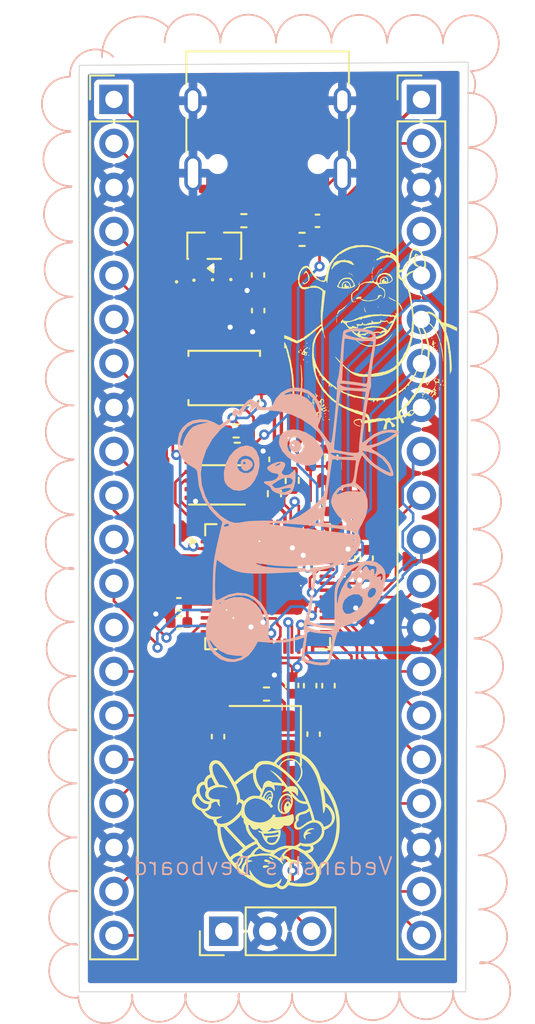
<source format=kicad_pcb>
(kicad_pcb (version 20241229) (generator "pcbnew") (generator_version "9.0")
  (layers (0 "F.Cu" signal) (2 "B.Cu" signal) (13 "F.Paste" user) (15 "B.Paste" user) (5 "F.SilkS" user "F.Silkscreen") (7 "B.SilkS" user "B.Silkscreen") (1 "F.Mask" user) (3 "B.Mask" user) (25 "Edge.Cuts" user))
  (net 0 "")
  (net 1 "GND")
  (net 2 "+3V3")
  (net 3 "+1V1")
  (net 4 "VBUS")
  (net 5 "XIN")
  (net 6 "Net-(C16-Pad2)")
  (net 7 "Net-(J1-CC1)")
  (net 8 "USB_D-")
  (net 9 "Net-(J1-CC2)")
  (net 10 "USB_D+")
  (net 11 "GPI012")
  (net 12 "GPI09")
  (net 13 "GPI013")
  (net 14 "GPI010")
  (net 15 "GPI02")
  (net 16 "GPI07")
  (net 17 "GPI04")
  (net 18 "GPI00")
  (net 19 "GPI06")
  (net 21 "GPI015")
  (net 22 "GPI08")
  (net 23 "GPI05")
  (net 24 "GPI011")
  (net 25 "GPI03")
  (net 26 "GPI01")
  (net 27 "GPI014")
  (net 28 "GPI021")
  (net 29 "GPI024")
  (net 30 "GPIO26_ADC0")
  (net 31 "GPIO29_ADC3")
  (net 32 "GPI022")
  (net 33 "GPIO27_ADC1")
  (net 34 "GPI017")
  (net 35 "GPI020")
  (net 36 "GPI016")
  (net 37 "GPI023")
  (net 38 "GPIO28_ADC2")
  (net 39 "GPI018")
  (net 40 "RUN")
  (net 41 "GPI019")
  (net 42 "SWD")
  (net 43 "SWCLK")
  (net 44 "Net-(U1-USB_DP)")
  (net 45 "Net-(U1-USB_DM)")
  (net 46 "XOUT")
  (net 47 "QSPI_SS")
  (net 48 "Net-(R7-Pad1)")
  (net 49 "QSPI_SD3")
  (net 51 "QSPI_SCLK")
  (net 52 "QSPI_SD2")
  (net 53 "QSPI_SD1")
  (net 54 "SWLCK")
  (net 55 "QSPI_SD0")
  (footprint "Capacitor_SMD:C_0402_1005Metric" (layer "F.Cu") (at 119.766202 111.475069 -90)
    (property "Reference" "C15" (hide yes))
    (property "Value" "33pF" (hide yes))
  )
  (footprint "Package_DFN_QFN:QFN-56-1EP_7x7mm_P0.4mm_EP3.2x3.2mm" (layer "F.Cu") (at 122.634375 102.821875)
    (property "Reference" "U1" (hide yes))
    (property "Value" "RP2040" (hide yes))
  )
  (footprint "Capacitor_SMD:C_0402_1005Metric" (layer "F.Cu") (at 127.333924 101.180217 -90)
    (property "Reference" "C7" (hide yes))
    (property "Value" "0.1uF" (hide yes))
  )
  (footprint "Button_Switch_SMD:SW_Push_SPST_NO_Alps_SKRK" (layer "F.Cu") (at 120.122608 90.774111)
    (property "Reference" "SW1" (hide yes))
    (property "Value" "SW_Push" (hide yes))
  )
  (footprint "Capacitor_SMD:C_0402_1005Metric" (layer "F.Cu") (at 125.515937 81.701227)
    (property "Reference" "C14" (hide yes))
    (property "Value" "10uF" (hide yes))
  )
  (footprint "Package_SON:Winbond_USON-8-1EP_3x2mm_P0.5mm_EP0.2x1.6mm" (layer "F.Cu") (at 119.702078 96.943214)
    (property "Reference" "U2" (hide yes))
    (property "Value" "W25Q16JVSS" (hide yes))
  )
  (footprint "Connector_PinHeader_2.54mm:PinHeader_1x20_P2.54mm_Vertical" (layer "F.Cu") (at 113.744375 74.691875)
    (property "Reference" "J2" (hide yes))
    (property "Value" "Conn_01x20" (hide yes))
  )
  (footprint "Resistor_SMD:R_0402_1005Metric" (layer "F.Cu") (at 120.875119 94.890104 180)
    (property "Reference" "R6" (hide yes))
    (property "Value" "10k" (hide yes))
  )
  (footprint "Connector_PinHeader_2.54mm:PinHeader_1x03_P2.54mm_Vertical" (layer "F.Cu") (at 120.094375 122.711875 90)
    (property "Reference" "J4" (hide yes))
    (property "Value" "Conn_01x03" (hide yes))
  )
  (footprint "LED_SMD:LED_0402_1005Metric_Pad0.77x0.64mm_HandSolder" (layer "F.Cu") (at 117.365218 86.488778 -90)
    (property "Reference" "D3" (hide yes))
    (property "Value" "LED" (hide yes))
  )
  (footprint "Resistor_SMD:R_0402_1005Metric" (layer "F.Cu") (at 121.257343 81.693889)
    (property "Reference" "R2" (hide yes))
    (property "Value" "5.1K" (hide yes))
  )
  (footprint "Capacitor_SMD:C_0402_1005Metric" (layer "F.Cu") (at 126.150978 108.533582 -90)
    (property "Reference" "C12" (hide yes))
    (property "Value" "0.1uF" (hide yes))
  )
  (footprint "LOGO" (layer "F.Cu") (at 122.531434 116.304007)
    (property "Reference" "G***" (hide yes))
    (property "Value" "LOGO" (hide yes))
  )
  (footprint "Capacitor_SMD:C_0402_1005Metric" (layer "F.Cu") (at 122.369567 95.471788 90)
    (property "Reference" "C11" (hide yes))
    (property "Value" "0.1uF" (hide yes))
  )
  (footprint "Capacitor_SMD:C_0402_1005Metric" (layer "F.Cu") (at 122.074874 84.830888 -90)
    (property "Reference" "C6" (hide yes))
    (property "Value" "0.1uF" (hide yes))
  )
  (footprint "Resistor_SMD:R_0402_1005Metric" (layer "F.Cu") (at 124.055967 96.684913 90)
    (property "Reference" "R4" (hide yes))
    (property "Value" "27" (hide yes))
  )
  (footprint "Connector_PinHeader_2.54mm:PinHeader_1x20_P2.54mm_Vertical" (layer "F.Cu") (at 131.524375 74.691875)
    (property "Reference" "J3" (hide yes))
    (property "Value" "Conn_01x20" (hide yes))
  )
  (footprint "LED_SMD:LED_0402_1005Metric_Pad0.77x0.64mm_HandSolder" (layer "F.Cu") (at 118.373753 86.395839 -90)
    (property "Reference" "D2" (hide yes))
    (property "Value" "LED" (hide yes))
  )
  (footprint "Package_TO_SOT_SMD:SOT-23" (layer "F.Cu") (at 119.548573 83.139477 90)
    (property "Reference" "U4" (hide yes))
    (property "Value" "MCP1700x-330xxTT" (hide yes))
  )
  (footprint "Resistor_SMD:R_0402_1005Metric" (layer "F.Cu") (at 123.02582 97.453214 90)
    (property "Reference" "R3" (hide yes))
    (property "Value" "27" (hide yes))
  )
  (footprint "LED_SMD:LED_0402_1005Metric_Pad0.77x0.64mm_HandSolder" (layer "F.Cu") (at 119.447277 86.367724 -90)
    (property "Reference" "D1" (hide yes))
    (property "Value" "LED" (hide yes))
  )
  (footprint "Capacitor_SMD:C_0402_1005Metric" (layer "F.Cu") (at 125.116904 95.394595 90)
    (property "Reference" "C2" (hide yes))
    (property "Value" "0.1uF" (hide yes))
  )
  (footprint "Capacitor_SMD:C_0402_1005Metric" (layer "F.Cu") (at 124.048653 108.52219 -90)
    (property "Reference" "C9" (hide yes))
    (property "Value" "0.1uF" (hide yes))
  )
  (footprint "Capacitor_SMD:C_0402_1005Metric" (layer "F.Cu") (at 125.09129 108.532506 -90)
    (property "Reference" "C10" (hide yes))
    (property "Value" "1uF" (hide yes))
  )
  (footprint "LED_SMD:LED_0402_1005Metric_Pad0.77x0.64mm_HandSolder" (layer "F.Cu") (at 120.504982 86.355718 -90)
    (property "Reference" "D4" (hide yes))
    (property "Value" "LED" (hide yes))
  )
  (footprint "Capacitor_SMD:C_0402_1005Metric" (layer "F.Cu") (at 128.358481 101.17419 -90)
    (property "Reference" "C8" (hide yes))
    (property "Value" "1uF" (hide yes))
  )
  (footprint "LOGO" (layer "F.Cu") (at 128.5875 88.10625)
    (property "Reference" "G***" (hide yes))
    (property "Value" "LOGO" (hide yes))
  )
  (footprint "Capacitor_SMD:C_0402_1005Metric" (layer "F.Cu") (at 126.202721 97.998341 90)
    (property "Reference" "C13" (hide yes))
    (property "Value" "10uF" (hide yes))
  )
  (footprint "Resistor_SMD:R_0402_1005Metric" (layer "F.Cu") (at 122.566712 109.018289)
    (property "Reference" "R5" (hide yes))
    (property "Value" "1K" (hide yes))
  )
  (footprint "Crystal:Crystal_SMD_3225-4Pin_3.2x2.5mm" (layer "F.Cu") (at 122.497696 111.419176 180)
    (property "Reference" "Y1" (hide yes))
    (property "Value" "12MHz" (hide yes))
  )
  (footprint "Resistor_SMD:R_0402_1005Metric" (layer "F.Cu") (at 124.624502 82.771738)
    (property "Reference" "R1" (hide yes))
    (property "Value" "5.1K" (hide yes))
  )
  (footprint "Connector_USB:USB_C_Receptacle_HRO_TYPE-C-31-M-12" (layer "F.Cu") (at 122.634375 75.821875 180)
    (property "Reference" "J1" (hide yes))
    (property "Value" "USB_C_Receptacle_USB2.0_14P" (hide yes))
  )
  (footprint "Capacitor_SMD:C_0402_1005Metric" (layer "F.Cu") (at 117.506715 104.887157 180)
    (property "Reference" "C1" (hide yes))
    (property "Value" "0.1uF" (hide yes))
  )
  (footprint "Capacitor_SMD:C_0402_1005Metric" (layer "F.Cu") (at 127.250394 97.999914 90)
    (property "Reference" "C4" (hide yes))
    (property "Value" "0.1uF" (hide yes))
  )
  (footprint "Capacitor_SMD:C_0402_1005Metric" (layer "F.Cu") (at 125.291658 111.332169 90)
    (property "Reference" "C16" (hide yes))
    (property "Value" "33pF" (hide yes))
  )
  (footprint "Resistor_SMD:R_0402_1005Metric" (layer "F.Cu") (at 120.811639 93.829353 180)
    (property "Reference" "R7" (hide yes))
    (property "Value" "1K" (hide yes))
  )
  (footprint "Capacitor_SMD:C_0402_1005Metric" (layer "F.Cu") (at 126.310212 95.358434 90)
    (property "Reference" "C3" (hide yes))
    (property "Value" "0.1uF" (hide yes))
  )
  (footprint "Capacitor_SMD:C_0402_1005Metric" (layer "F.Cu") (at 117.498543 103.834818 180)
    (property "Reference" "C17" (hide yes))
    (property "Value" "0.1uF" (hide yes))
  )
  (footprint "Capacitor_SMD:C_0402_1005Metric" (layer "F.Cu") (at 122.086396 86.8841 -90)
    (property "Reference" "C5" (hide yes))
    (property "Value" "0.1uF" (hide yes))
  )
  (footprint "LOGO" (layer "B.Cu") (at 123.825 97.63125 180)
    (property "Reference" "G***" (hide yes))
    (property "Value" "LOGO" (hide yes))
  )
  (gr_arc (start 132.776517 71.447077) (mid 135.52689 70.307835) (end 134.387648 73.058208) (stroke (width 0.1)) (layer "B.SilkS"))
  (gr_arc (start 134.387648 73.058208) (mid 134.630146 73.690832) (end 134.517622 74.358931) (stroke (width 0.1)) (layer "B.SilkS"))
  (gr_arc (start 111.426538 104.83967) (mid 109.800263 103.308937) (end 111.371901 101.722158) (stroke (width 0.1)) (layer "B.SilkS"))
  (gr_arc (start 119.905255 71.402998) (mid 121.520021 69.794625) (end 123.121976 71.415758) (stroke (width 0.1)) (layer "B.SilkS"))
  (gr_arc (start 134.621152 105.825333) (mid 136.247427 107.356066) (end 134.675789 108.942845) (stroke (width 0.1)) (layer "B.SilkS"))
  (gr_arc (start 111.426538 101.807316) (mid 109.800263 100.276583) (end 111.371901 98.689804) (stroke (width 0.1)) (layer "B.SilkS"))
  (gr_arc (start 117.907093 126.311676) (mid 116.37636 127.937951) (end 114.789581 126.366313) (stroke (width 0.1)) (layer "B.SilkS"))
  (gr_arc (start 111.326018 82.876048) (mid 109.699743 81.345315) (end 111.271381 79.758536) (stroke (width 0.1)) (layer "B.SilkS"))
  (gr_arc (start 111.426538 98.640936) (mid 109.800263 97.110203) (end 111.371901 95.523424) (stroke (width 0.1)) (layer "B.SilkS"))
  (gr_arc (start 111.627578 126.551991) (mid 110.001303 125.021258) (end 111.572941 123.434479) (stroke (width 0.1)) (layer "B.SilkS"))
  (gr_arc (start 130.259089 126.214331) (mid 128.728356 127.840606) (end 127.141577 126.268968) (stroke (width 0.1)) (layer "B.SilkS"))
  (gr_arc (start 134.788686 115.2072) (mid 136.414961 116.737933) (end 134.843323 118.324712) (stroke (width 0.1)) (layer "B.SilkS"))
  (gr_arc (start 124.055567 126.311676) (mid 122.524834 127.937951) (end 120.938055 126.366313) (stroke (width 0.1)) (layer "B.SilkS"))
  (gr_arc (start 127.154934 126.311676) (mid 125.624201 127.937951) (end 124.037422 126.366313) (stroke (width 0.1)) (layer "B.SilkS"))
  (gr_arc (start 134.252579 77.512197) (mid 135.878854 79.04293) (end 134.307216 80.629709) (stroke (width 0.1)) (layer "B.SilkS"))
  (gr_arc (start 111.208745 76.509781) (mid 109.58247 74.979048) (end 111.154108 73.392269) (stroke (width 0.1)) (layer "B.SilkS"))
  (gr_arc (start 134.855699 121.456194) (mid 136.481974 122.986927) (end 134.910336 124.573706) (stroke (width 0.1)) (layer "B.SilkS"))
  (gr_arc (start 134.554139 99.526079) (mid 136.180414 101.056812) (end 134.608776 102.643591) (stroke (width 0.1)) (layer "B.SilkS"))
  (gr_arc (start 111.292511 79.692914) (mid 109.666236 78.162181) (end 111.237874 76.575402) (stroke (width 0.1)) (layer "B.SilkS"))
  (gr_arc (start 111.207706 73.342583) (mid 112.085295 71.932829) (end 113.717368 72.239273) (stroke (width 0.1)) (layer "B.SilkS"))
  (gr_arc (start 116.68125 71.402998) (mid 118.296016 69.794625) (end 119.897971 71.415758) (stroke (width 0.1)) (layer "B.SilkS"))
  (gr_arc (start 111.393031 89.208808) (mid 109.766756 87.678075) (end 111.338394 86.091296) (stroke (width 0.1)) (layer "B.SilkS"))
  (gr_arc (start 134.336346 86.961078) (mid 135.962621 88.491811) (end 134.390983 90.07859) (stroke (width 0.1)) (layer "B.SilkS"))
  (gr_arc (start 134.9353 124.492177) (mid 136.20269 127.292993) (end 133.35 126.147127) (stroke (width 0.1)) (layer "B.SilkS"))
  (gr_arc (start 114.807726 126.395442) (mid 113.276993 128.021717) (end 111.690214 126.450079) (stroke (width 0.1)) (layer "B.SilkS"))
  (gr_arc (start 111.426538 95.457802) (mid 109.800263 93.927069) (end 111.371901 92.34029) (stroke (width 0.1)) (layer "B.SilkS"))
  (gr_arc (start 129.555176 71.417294) (mid 131.169942 69.808921) (end 132.771897 71.430054) (stroke (width 0.1)) (layer "B.SilkS"))
  (gr_arc (start 111.359525 86.075935) (mid 109.73325 84.545202) (end 111.304888 82.958423) (stroke (width 0.1)) (layer "B.SilkS"))
  (gr_arc (start 134.218896 74.323626) (mid 135.845171 75.854359) (end 134.273533 77.441138) (stroke (width 0.1)) (layer "B.SilkS"))
  (gr_arc (start 111.426538 92.358435) (mid 109.800263 90.827702) (end 111.371901 89.240923) (stroke (width 0.1)) (layer "B.SilkS"))
  (gr_arc (start 120.972954 126.311676) (mid 119.442221 127.937951) (end 117.855442 126.366313) (stroke (width 0.1)) (layer "B.SilkS"))
  (gr_arc (start 133.358456 126.164071) (mid 131.827723 127.790346) (end 130.240944 126.218708) (stroke (width 0.1)) (layer "B.SilkS"))
  (gr_arc (start 123.114449 71.417294) (mid 124.729215 69.808921) (end 126.33117 71.430054) (stroke (width 0.1)) (layer "B.SilkS"))
  (gr_arc (start 134.838946 118.32332) (mid 136.465221 119.854053) (end 134.893583 121.440832) (stroke (width 0.1)) (layer "B.SilkS"))
  (gr_arc (start 134.503879 96.359699) (mid 136.130154 97.890432) (end 134.558516 99.477211) (stroke (width 0.1)) (layer "B.SilkS"))
  (gr_arc (start 111.476798 107.972543) (mid 109.850523 106.44181) (end 111.422161 104.855031) (stroke (width 0.1)) (layer "B.SilkS"))
  (gr_arc (start 134.420112 93.226825) (mid 136.046387 94.757558) (end 134.474749 96.344337) (stroke (width 0.1)) (layer "B.SilkS"))
  (gr_arc (start 111.594071 114.171277) (mid 109.967796 112.640544) (end 111.539434 111.053765) (stroke (width 0.1)) (layer "B.SilkS"))
  (gr_arc (start 113.058024 72.253649) (mid 114.401389 70.095689) (end 116.899664 70.564777) (stroke (width 0.1)) (layer "B.SilkS"))
  (gr_arc (start 134.386606 90.093952) (mid 136.012881 91.624685) (end 134.441243 93.211464) (stroke (width 0.1)) (layer "B.SilkS"))
  (gr_arc (start 134.671412 108.9247) (mid 136.297687 110.455433) (end 134.726049 112.042212) (stroke (width 0.1)) (layer "B.SilkS"))
  (gr_arc (start 134.537386 102.675706) (mid 136.163661 104.206439) (end 134.592023 105.793218) (stroke (width 0.1)) (layer "B.SilkS"))
  (gr_arc (start 134.738426 112.057573) (mid 136.364701 113.588306) (end 134.793063 115.175085) (stroke (width 0.1)) (layer "B.SilkS"))
  (gr_arc (start 111.627578 120.403517) (mid 110.001303 118.872784) (end 111.572941 117.286005) (stroke (width 0.1)) (layer "B.SilkS"))
  (gr_arc (start 126.316198 71.417294) (mid 127.930964 69.808921) (end 129.532919 71.430054) (stroke (width 0.1)) (layer "B.SilkS"))
  (gr_arc (start 111.594071 111.105417) (mid 109.967796 109.574684) (end 111.539434 107.987905) (stroke (width 0.1)) (layer "B.SilkS"))
  (gr_arc (start 111.594071 117.30415) (mid 109.967796 115.773417) (end 111.539434 114.186638) (stroke (width 0.1)) (layer "B.SilkS"))
  (gr_arc (start 134.286086 83.828204) (mid 135.912361 85.358937) (end 134.340723 86.945716) (stroke (width 0.1)) (layer "B.SilkS"))
  (gr_arc (start 134.269332 80.678578) (mid 135.895607 82.209311) (end 134.323969 83.79609) (stroke (width 0.1)) (layer "B.SilkS"))
  (gr_arc (start 111.627578 123.486131) (mid 110.001303 121.955398) (end 111.572941 120.368619) (stroke (width 0.1)) (layer "B.SilkS"))
  (gr_line (start 111.737945 72.724884) (end 133.223712 72.548937) (stroke (width 0.05)) (layer "Edge.Cuts"))
  (gr_line (start 133.223712 72.548937) (end 134.230299 72.540871) (stroke (width 0.05)) (layer "Edge.Cuts"))
  (gr_line (start 111.737945 126.20625) (end 133.35 126.20625) (stroke (width 0.05)) (layer "Edge.Cuts"))
  (gr_line (start 134.089864 126.20625) (end 134.229291 72.926065) (stroke (width 0.05)) (layer "Edge.Cuts"))
  (gr_line (start 134.230299 72.540871) (end 134.229291 72.926065) (stroke (width 0.05)) (layer "Edge.Cuts"))
  (gr_line (start 133.35 126.20625) (end 134.089864 126.20625) (stroke (width 0.05)) (layer "Edge.Cuts"))
  (gr_line (start 111.737945 72.724884) (end 111.737945 126.20625) (stroke (width 0.05)) (layer "Edge.Cuts"))
  (gr_text "Vedansh's Devboard" (at 129.93722 119.547063 0) (layer "B.SilkS") (effects (font (size 1 1) (thickness 0.1)) (justify left bottom mirror)))
  (segment (start 121.668141 105.148767) (end 121.668141 106.225609) (width 0.1524) (layer "F.Cu") (net 1))
  (segment (start 121.397696 110.569176) (end 120.192095 110.569176) (width 0.1524) (layer "F.Cu") (net 1))
  (segment (start 127.861612 104.049112) (end 127.727675 104.049112) (width 0.1524) (layer "F.Cu") (net 1))
  (segment (start 117.026715 103.84299) (end 117.018543 103.834818) (width 0.1524) (layer "F.Cu") (net 1))
  (segment (start 124.492406 102.821875) (end 124.554905 102.759376) (width 0.1524) (layer "F.Cu") (net 1))
  (segment (start 127.333924 101.660217) (end 128.229028 101.660217) (width 0.1524) (layer "F.Cu") (net 1))
  (segment (start 122.634375 102.821875) (end 124.492406 102.821875) (width 0.1524) (layer "F.Cu") (net 1))
  (segment (start 128.662212 104.849711) (end 127.861612 104.049112) (width 0.1524) (layer "F.Cu") (net 1))
  (segment (start 126.18616 110.917667) (end 126.18616 110.428119) (width 0.1524) (layer "F.Cu") (net 1))
  (segment (start 120.504982 87.800691) (end 120.465854 87.839819) (width 0.1524) (layer "F.Cu") (net 1))
  (segment (start 124.048653 109.00219) (end 123.024933 107.97847) (width 0.1524) (layer "F.Cu") (net 1))
  (segment (start 124.278253 109.00219) (end 125.831258 110.555195) (width 0.1524) (layer "F.Cu") (net 1))
  (segment (start 122.614474 84.771288) (end 122.074874 85.310888) (width 0.1524) (layer "F.Cu") (net 1))
  (segment (start 122.086396 87.3641) (end 122.625996 86.8245) (width 0.1524) (layer "F.Cu") (net 1))
  (segment (start 121.668141 106.225609) (end 121.634375 106.259375) (width 0.1524) (layer "F.Cu") (net 1))
  (segment (start 125.831258 110.555195) (end 125.831258 111.149143) (width 0.1524) (layer "F.Cu") (net 1))
  (segment (start 127.250394 97.519914) (end 126.204294 97.519914) (width 0.1524) (layer "F.Cu") (net 1))
  (segment (start 125.831258 111.149143) (end 125.581625 111.398776) (width 0.1524) (layer "F.Cu") (net 1))
  (segment (start 126.799375 78.951875) (end 125.884375 79.866875) (width 0.1524) (layer "F.Cu") (net 1))
  (segment (start 119.422417 84.359928) (end 118.881524 84.359928) (width 0.1524) (layer "F.Cu") (net 1))
  (segment (start 127.339951 101.65419) (end 127.333924 101.660217) (width 0.1524) (layer "F.Cu") (net 1))
  (segment (start 120.504982 86.928218) (end 120.504982 87.800691) (width 0.1524) (layer "F.Cu") (net 1))
  (segment (start 126.18616 110.428119) (end 126.150978 110.392937) (width 0.1524) (layer "F.Cu") (net 1))
  (segment (start 127.100887 101.893254) (end 127.333924 101.660217) (width 0.1524) (layer "F.Cu") (net 1))
  (segment (start 118.881524 84.359928) (end 118.598573 84.076977) (width 0.1524) (layer "F.Cu") (net 1))
  (segment (start 122.086396 87.3641) (end 122.086396 87.784279) (width 0.1524) (layer "F.Cu") (net 1))
  (segment (start 125.134502 82.771738) (end 125.134502 82.562662) (width 0.1524) (layer "F.Cu") (net 1))
  (segment (start 118.277078 97.702855) (end 118.463837 97.889614) (width 0.1524) (layer "F.Cu") (net 1))
  (segment (start 125.291658 111.812169) (end 126.18616 110.917667) (width 0.1524) (layer "F.Cu") (net 1))
  (segment (start 117.026715 104.887157) (end 117.026715 103.84299) (width 0.1524) (layer "F.Cu") (net 1))
  (segment (start 121.668141 103.788109) (end 122.634375 102.821875) (width 0.1524) (layer "F.Cu") (net 1))
  (segment (start 126.954375 78.951875) (end 126.799375 78.951875) (width 0.1524) (layer "F.Cu") (net 1))
  (segment (start 121.668141 105.148767) (end 121.668141 103.788109) (width 0.1524) (layer "F.Cu") (net 1))
  (segment (start 116.16626 104.396608) (end 116.536166 104.396608) (width 0.1524) (layer "F.Cu") (net 1))
  (segment (start 122.227296 111.398776) (end 121.397696 110.569176) (width 0.1524) (layer "F.Cu") (net 1))
  (segment (start 121.857862 85.310888) (end 121.44375 85.725) (width 0.1524) (layer "F.Cu") (net 1))
  (segment (start 116.536166 104.396608) (end 117.026715 104.887157) (width 0.1524) (layer "F.Cu") (net 1))
  (segment (start 128.229028 101.660217) (end 128.898081 100.991164) (width 0.1524) (layer "F.Cu") (net 1))
  (segment (start 125.134502 82.562662) (end 125.995937 81.701227) (width 0.1524) (layer "F.Cu") (net 1))
  (segment (start 128.898081 100.991164) (end 128.898081 99.167601) (width 0.1524) (layer "F.Cu") (net 1))
  (segment (start 124.048653 109.00219) (end 124.278253 109.00219) (width 0.1524) (layer "F.Cu") (net 1))
  (segment (start 123.024933 107.97847) (end 123.024933 107.923407) (width 0.1524) (layer "F.Cu") (net 1))
  (segment (start 120.192095 110.569176) (end 119.766202 110.995069) (width 0.1524) (layer "F.Cu") (net 1))
  (segment (start 128.358481 101.65419) (end 127.339951 101.65419) (width 0.1524) (layer "F.Cu") (net 1))
  (segment (start 128.898081 99.167601) (end 127.250394 97.519914) (width 0.1524) (layer "F.Cu") (net 1))
  (segment (start 126.204294 97.519914) (end 126.202721 97.518341) (width 0.1524) (layer "F.Cu") (net 1))
  (segment (start 125.581625 111.398776) (end 122.227296 111.398776) (width 0.1524) (layer "F.Cu") (net 1))
  (segment (start 122.086396 87.784279) (end 121.764425 88.10625) (width 0.1524) (layer "F.Cu") (net 1))
  (segment (start 121.767343 81.693889) (end 122.614474 82.54102) (width 0.1524) (layer "F.Cu") (net 1))
  (segment (start 118.277078 97.693214) (end 118.277078 97.702855) (width 0.1524) (layer "F.Cu") (net 1))
  (segment (start 122.614474 82.54102) (end 122.614474 84.771288) (width 0.1524) (layer "F.Cu") (net 1))
  (segment (start 127.100887 102.243275) (end 127.100887 101.893254) (width 0.1524) (layer "F.Cu") (net 1))
  (segment (start 122.625996 85.86201) (end 122.074874 85.310888) (width 0.1524) (layer "F.Cu") (net 1))
  (segment (start 122.074874 85.310888) (end 121.857862 85.310888) (width 0.1524) (layer "F.Cu") (net 1))
  (segment (start 126.150978 110.392937) (end 126.150978 109.013582) (width 0.1524) (layer "F.Cu") (net 1))
  (segment (start 122.625996 86.8245) (end 122.625996 85.86201) (width 0.1524) (layer "F.Cu") (net 1))
  (via (at 116.16626 104.396608) (size 0.6) (drill 0.3) (layers "F.Cu" "B.Cu") (net 1))
  (via micro (at 124.554905 102.759376) (size 0.3) (drill 0.1) (layers "F.Cu" "B.Cu") (net 1))
  (via (at 121.44375 85.725) (size 0.6) (drill 0.3) (layers "F.Cu" "B.Cu") (net 1))
  (via (at 121.764425 88.10625) (size 0.6) (drill 0.3) (layers "F.Cu" "B.Cu") (net 1))
  (via (at 123.024933 107.923407) (size 0.6) (drill 0.3) (layers "F.Cu" "B.Cu") (net 1))
  (via (at 127.727675 104.049112) (size 0.6) (drill 0.3) (layers "F.Cu" "B.Cu") (net 1))
  (via (at 120.465854 87.839819) (size 0.6) (drill 0.3) (layers "F.Cu" "B.Cu") (net 1))
  (via (at 118.463837 97.889614) (size 0.6) (drill 0.3) (layers "F.Cu" "B.Cu") (net 1))
  (via (at 119.422417 84.359928) (size 0.6) (drill 0.3) (layers "F.Cu" "B.Cu") (net 1))
  (via (at 121.668141 105.148767) (size 0.6) (drill 0.3) (layers "F.Cu" "B.Cu") (net 1))
  (via (at 128.662212 104.849711) (size 0.6) (drill 0.3) (layers "F.Cu" "B.Cu") (net 1))
  (via (at 122.369567 94.991788) (size 0.6) (drill 0.3) (layers "F.Cu" "B.Cu") (net 1))
  (via micro (at 127.100887 102.243275) (size 0.3) (drill 0.1) (layers "F.Cu" "B.Cu") (net 1))
  (segment (start 121.668141 105.148767) (end 121.668141 105.041129) (width 0.1524) (layer "B.Cu") (net 1))
  (segment (start 124.972311 103.699744) (end 125.644418 103.699744) (width 0.1524) (layer "B.Cu") (net 1))
  (segment (start 124.554905 103.282338) (end 124.972311 103.699744) (width 0.1524) (layer "B.Cu") (net 1))
  (segment (start 123.024933 107.923407) (end 123.024933 106.470947) (width 0.1524) (layer "B.Cu") (net 1))
  (segment (start 121.764425 88.10625) (end 120.732285 88.10625) (width 0.1524) (layer "B.Cu") (net 1))
  (segment (start 121.883684 95.477671) (end 122.369567 94.991788) (width 0.1524) (layer "B.Cu") (net 1))
  (segment (start 124.554905 102.759376) (end 124.554905 103.282338) (width 0.1524) (layer "B.Cu") (net 1))
  (segment (start 127.727675 104.049112) (end 127.100887 103.422324) (width 0.1524) (layer "B.Cu") (net 1))
  (segment (start 125.644418 103.699744) (end 127.100887 102.243275) (width 0.1524) (layer "B.Cu") (net 1))
  (segment (start 128.984376 105.171875) (end 128.662212 104.849711) (width 0.1524) (layer "B.Cu") (net 1))
  (segment (start 119.40328 97.889614) (end 121.815223 95.477671) (width 0.1524) (layer "B.Cu") (net 1))
  (segment (start 116.775487 103.787381) (end 116.16626 104.396608) (width 0.1524) (layer "B.Cu") (net 1))
  (segment (start 131.524375 105.171875) (end 128.984376 105.171875) (width 0.1524) (layer "B.Cu") (net 1))
  (segment (start 120.414393 103.787381) (end 116.775487 103.787381) (width 0.1524) (layer "B.Cu") (net 1))
  (segment (start 121.693009 105.139023) (end 121.683265 105.148767) (width 0.1524) (layer "B.Cu") (net 1))
  (segment (start 121.683265 105.148767) (end 121.668141 105.148767) (width 0.1524) (layer "B.Cu") (net 1))
  (segment (start 121.815223 95.477671) (end 121.883684 95.477671) (width 0.1524) (layer "B.Cu") (net 1))
  (segment (start 118.463837 97.889614) (end 119.40328 97.889614) (width 0.1524) (layer "B.Cu") (net 1))
  (segment (start 123.024933 106.470947) (end 121.693009 105.139023) (width 0.1524) (layer "B.Cu") (net 1))
  (segment (start 120.732285 88.10625) (end 120.465854 87.839819) (width 0.1524) (layer "B.Cu") (net 1))
  (segment (start 121.44375 85.725) (end 120.787489 85.725) (width 0.1524) (layer "B.Cu") (net 1))
  (segment (start 121.668141 105.041129) (end 120.414393 103.787381) (width 0.1524) (layer "B.Cu") (net 1))
  (segment (start 120.787489 85.725) (end 119.422417 84.359928) (width 0.1524) (layer "B.Cu") (net 1))
  (segment (start 127.100887 103.422324) (end 127.100887 102.243275) (width 0.1524) (layer "B.Cu") (net 1))
  (segment (start 120.498573 85.776809) (end 120.504982 85.783218) (width 0.1524) (layer "F.Cu") (net 2))
  (segment (start 121.127078 96.193214) (end 121.127078 95.148145) (width 0.1524) (layer "F.Cu") (net 2))
  (segment (start 123.82922 94.586911) (end 125.116904 95.874595) (width 0.1524) (layer "F.Cu") (net 2))
  (segment (start 124.834375 99.384375) (end 125.252622 98.966128) (width 0.1524) (layer "F.Cu") (net 2))
  (segment (start 121.821239 94.453984) (end 121.821239 93.048447) (width 0.1524) (layer "F.Cu") (net 2))
  (segment (start 119.634375 103.821875) (end 119.196875 103.821875) (width 0.1524) (layer "F.Cu") (net 2))
  (segment (start 119.447277 85.795224) (end 118.401868 85.795224) (width 0.1524) (layer "F.Cu") (net 2))
  (segment (start 126.204294 98.479914) (end 126.202721 98.478341) (width 0.1524) (layer "F.Cu") (net 2))
  (segment (start 122.835196 105.509307) (end 122.835196 106.258554) (width 0.1524) (layer "F.Cu") (net 2))
  (segment (start 118.373753 85.823339) (end 117.458157 85.823339) (width 0.1524) (layer "F.Cu") (net 2))
  (segment (start 122.834375 99.384375) (end 122.834375 100.312502) (width 0.1524) (layer "F.Cu") (net 2))
  (segment (start 121.385119 94.890104) (end 121.821239 94.453984) (width 0.1524) (layer "F.Cu") (net 2))
  (segment (start 126.071875 100.221875) (end 126.855582 100.221875) (width 0.1524) (layer "F.Cu") (net 2))
  (segment (start 123.807275 107.232275) (end 123.337309 107.232275) (width 0.1524) (layer "F.Cu") (net 2))
  (segment (start 121.403325 92.630533) (end 121.235825 92.630533) (width 0.1524) (layer "F.Cu") (net 2))
  (segment (start 122.904775 106.764075) (end 122.904775 106.329775) (width 0.1524) (layer "F.Cu") (net 2))
  (segment (start 122.834375 99.384375) (end 123.234375 99.384375) (width 0.1524) (layer "F.Cu") (net 2))
  (segment (start 120.504982 85.783218) (end 119.459283 85.783218) (width 0.1524) (layer "F.Cu") (net 2))
  (segment (start 121.127078 95.148145) (end 121.385119 94.890104) (width 0.1524) (layer "F.Cu") (net 2))
  (segment (start 124.048653 108.04219) (end 124.048653 107.473653) (width 0.1524) (layer "F.Cu") (net 2))
  (segment (start 119.459283 85.783218) (end 119.447277 85.795224) (width 0.1524) (layer "F.Cu") (net 2))
  (segment (start 127.333924 98.563444) (end 127.250394 98.479914) (width 0.1524) (layer "F.Cu") (net 2))
  (segment (start 127.333924 100.700217) (end 128.352454 100.700217) (width 0.1524) (layer "F.Cu") (net 2))
  (segment (start 125.032978 97.950811) (end 125.116904 97.866885) (width 0.1524) (layer "F.Cu") (net 2))
  (segment (start 122.573213 100.573664) (end 120.351331 100.573664) (width 0.1524) (layer "F.Cu") (net 2))
  (segment (start 122.928575 106.787875) (end 122.904775 106.764075) (width 0.1524) (layer "F.Cu") (net 2))
  (segment (start 123.463975 100.051475) (end 124.604775 100.051475) (width 0.1524) (layer "F.Cu") (net 2))
  (segment (start 126.274051 95.874595) (end 126.310212 95.838434) (width 0.1524) (layer "F.Cu") (net 2))
  (segment (start 126.001475 103.892275) (end 125.567175 103.892275) (width 0.1524) (layer "F.Cu") (net 2))
  (segment (start 123.234375 99.384375) (end 123.234375 99.821875) (width 0.1524) (layer "F.Cu") (net 2))
  (segment (start 126.202721 98.478341) (end 125.099994 98.478341) (width 0.1524) (layer "F.Cu") (net 2))
  (segment (start 121.821239 94.453984) (end 122.023282 94.453984) (width 0.1524) (layer "F.Cu") (net 2))
  (segment (start 127.250394 98.479914) (end 126.204294 98.479914) (width 0.1524) (layer "F.Cu") (net 2))
  (segment (start 123.337309 107.232275) (end 122.928575 106.823541) (width 0.1524) (layer "F.Cu") (net 2))
  (segment (start 124.604775 100.051475) (end 124.834375 99.821875) (width 0.1524) (layer "F.Cu") (net 2))
  (segment (start 119.967398 100.221875) (end 119.196875 100.221875) (width 0.1524) (layer "F.Cu") (net 2))
  (segment (start 125.032978 98.360521) (end 125.032978 97.950811) (width 0.1524) (layer "F.Cu") (net 2))
  (segment (start 121.235825 86.514061) (end 120.504982 85.783218) (width 0.1524) (layer "F.Cu") (net 2))
  (segment (start 126.855582 100.221875) (end 127.333924 100.700217) (width 0.1524) (layer "F.Cu") (net 2))
  (segment (start 126.071875 103.821875) (end 126.001475 103.892275) (width 0.1524) (layer "F.Cu") (net 2))
  (segment (start 120.498573 84.076977) (end 121.145713 84.076977) (width 0.1524) (layer "F.Cu") (net 2))
  (segment (start 125.234375 99.384375) (end 124.834375 99.384375) (width 0.1524) (layer "F.Cu") (net 2))
  (segment (start 117.458157 85.823339) (end 120.338015 85.823339) (width 0.1524) (layer "F.Cu") (net 2))
  (segment (start 117.458157 85.823339) (end 117.365218 85.916278) (width 0.1524) (layer "F.Cu") (net 2))
  (segment (start 122.834375 100.312502) (end 122.573213 100.573664) (width 0.1524) (layer "F.Cu") (net 2))
  (segment (start 122.023282 94.453984) (end 122.433975 94.043291) (width 0.1524) (layer "F.Cu") (net 2))
  (segment (start 122.835196 106.258554) (end 122.834375 106.259375) (width 0.1524) (layer "F.Cu") (net 2))
  (segment (start 124.834375 99.821875) (end 124.834375 99.384375) (width 0.1524) (layer "F.Cu") (net 2))
  (segment (start 125.099994 98.478341) (end 125.007576 98.385923) (width 0.1524) (layer "F.Cu") (net 2))
  (segment (start 124.3536 107.737243) (end 124.048653 108.04219) (width 0.1524) (layer "F.Cu") (net 2))
  (segment (start 120.351331 100.573664) (end 120.335259 100.589736) (width 0.1524) (layer "F.Cu") (net 2))
  (segment (start 125.404775 104.054675) (end 125.404775 104.273586) (width 0.1524) (layer "F.Cu") (net 2))
  (segment (start 120.918776 86.4041) (end 122.086396 86.4041) (width 0.1524) (layer "F.Cu") (net 2))
  (segment (start 125.252622 98.966128) (end 125.252622 98.630969) (width 0.1524) (layer "F.Cu") (net 2))
  (segment (start 123.234375 99.821875) (end 123.463975 100.051475) (width 0.1524) (layer "F.Cu") (net 2))
  (segment (start 118.401868 85.795224) (end 118.373753 85.823339) (width 0.1524) (layer "F.Cu") (net 2))
  (segment (start 125.567175 103.892275) (end 125.404775 104.054675) (width 0.1524) (layer "F.Cu") (net 2))
  (segment (start 127.333924 100.700217) (end 127.333924 98.563444) (width 0.1524) (layer "F.Cu") (net 2))
  (segment (start 124.048653 107.473653) (end 123.807275 107.232275) (width 0.1524) (layer "F.Cu") (net 2))
  (segment (start 121.235825 92.630533) (end 121.235825 86.514061) (width 0.1524) (layer "F.Cu") (net 2))
  (segment (start 119.183932 103.834818) (end 119.196875 103.821875) (width 0.1524) (layer "F.Cu") (net 2))
  (segment (start 127.333924 100.700217) (end 127.283757 100.65005) (width 0.1524) (layer "F.Cu") (net 2))
  (segment (start 117.986715 103.84299) (end 117.978543 103.834818) (width 0.1524) (layer "F.Cu") (net 2))
  (segment (start 120.335259 100.589736) (end 120.335259 103.120991) (width 0.1524) (layer "F.Cu") (net 2))
  (segment (start 124.3536 107.455075) (end 124.3536 107.737243) (width 0.1524) (layer "F.Cu") (net 2))
  (segment (start 125.116904 97.866885) (end 125.116904 95.874595) (width 0.1524) (layer "F.Cu") (net 2))
  (segment (start 128.352454 100.700217) (end 128.358481 100.69419) (width 0.1524) (layer "F.Cu") (net 2))
  (segment (start 120.335259 100.589736) (end 119.967398 100.221875) (width 0.1524) (layer "F.Cu") (net 2))
  (segment (start 122.904775 106.329775) (end 122.834375 106.259375) (width 0.1524) (layer "F.Cu") (net 2))
  (segment (start 120.498573 84.076977) (end 120.498573 85.776809) (width 0.1524) (layer "F.Cu") (net 2))
  (segment (start 121.145713 84.076977) (end 121.419624 84.350888) (width 0.1524) (layer "F.Cu") (net 2))
  (segment (start 123.82922 94.224781) (end 123.82922 94.586911) (width 0.1524) (layer "F.Cu") (net 2))
  (segment (start 126.071875 100.221875) (end 125.234375 99.384375) (width 0.1524) (layer "F.Cu") (net 2))
  (segment (start 120.338015 85.823339) (end 120.918776 86.4041) (width 0.1524) (layer "F.Cu") (net 2))
  (segment (start 125.252622 98.630969) (end 125.007576 98.385923) (width 0.1524) (layer "F.Cu") (net 2))
  (segment (start 117.978543 103.834818) (end 119.183932 103.834818) (width 0.1524) (layer "F.Cu") (net 2))
  (segment (start 120.335259 103.120991) (end 119.634375 103.821875) (width 0.1524) (layer "F.Cu") (net 2))
  (segment (start 121.419624 84.350888) (end 122.074874 84.350888) (width 0.1524) (layer "F.Cu") (net 2))
  (segment (start 122.928575 106.823541) (end 122.928575 106.787875) (width 0.1524) (layer "F.Cu") (net 2))
  (segment (start 117.986715 104.887157) (end 117.986715 103.84299) (width 0.1524) (layer "F.Cu") (net 2))
  (segment (start 121.821239 93.048447) (end 121.403325 92.630533) (width 0.1524) (layer "F.Cu") (net 2))
  (segment (start 125.404775 104.273586) (end 125.18861 104.489751) (width 0.1524) (layer "F.Cu") (net 2))
  (segment (start 125.007576 98.385923) (end 125.032978 98.360521) (width 0.1524) (layer "F.Cu") (net 2))
  (segment (start 125.116904 95.874595) (end 126.274051 95.874595) (width 0.1524) (layer "F.Cu") (net 2))
  (via micro (at 123.82922 94.224781) (size 0.3) (drill 0.1) (layers "F.Cu" "B.Cu") (net 2))
  (via (at 124.3536 107.455075) (size 0.6) (drill 0.3) (layers "F.Cu" "B.Cu") (net 2))
  (via (at 127.283757 100.65005) (size 0.6) (drill 0.3) (layers "F.Cu" "B.Cu") (net 2))
  (via (at 122.835196 105.509307) (size 0.6) (drill 0.3) (layers "F.Cu" "B.Cu") (net 2))
  (via (at 122.433975 94.043291) (size 0.6) (drill 0.3) (layers "F.Cu" "B.Cu") (net 2))
  (via (at 125.18861 104.489751) (size 0.6) (drill 0.3) (layers "F.Cu" "B.Cu") (net 2))
  (segment (start 122.650459 94.043291) (end 123.825 92.86875) (width 0.1524) (layer "B.Cu") (net 2))
  (segment (start 131.07719 86.312275) (end 131.97156 86.312275) (width 0.1524) (layer "B.Cu") (net 2))
  (segment (start 131.97156 86.312275) (end 132.603975 86.94469) (width 0.1524) (layer "B.Cu") (net 2))
  (segment (start 123.825 94.220561) (end 123.82922 94.224781) (width 0.1524) (layer "B.Cu") (net 2))
  (segment (start 122.843291 105.107018) (end 122.843291 105.517402) (width 0.1524) (layer "B.Cu") (net 2))
  (segment (start 123.825 92.86875) (end 123.825 94.220561) (width 0.1524) (layer "B.Cu") (net 2))
  (segment (start 127.283757 100.65005) (end 127.283757 90.105708) (width 0.1524) (layer "B.Cu") (net 2))
  (segment (start 131.524375 84.851875) (end 131.524375 85.86509) (width 0.1524) (layer "B.Cu") (net 2))
  (segment (start 132.603975 105.99986) (end 131.97156 106.632275) (width 0.1524) (layer "B.Cu") (net 2))
  (segment (start 125.18861 104.489751) (end 124.66928 103.970421) (width 0.1524) (layer "B.Cu") (net 2))
  (segment (start 124.3536 107.328607) (end 124.3536 107.455075) (width 0.1524) (layer "B.Cu") (net 2))
  (segment (start 122.843291 105.517402) (end 122.835196 105.509307) (width 0.1524) (layer "B.Cu") (net 2))
  (segment (start 124.66928 103.970421) (end 123.979888 103.970421) (width 0.1524) (layer "B.Cu") (net 2))
  (segment (start 131.524375 85.86509) (end 131.97156 86.312275) (width 0.1524) (layer "B.Cu") (net 2))
  (segment (start 131.97156 106.632275) (end 124.89337 106.632275) (width 0.1524) (layer "B.Cu") (net 2))
  (segment (start 123.979888 103.970421) (end 122.843291 105.107018) (width 0.1524) (layer "B.Cu") (net 2))
  (segment (start 127.283757 90.105708) (end 131.07719 86.312275) (width 0.1524) (layer "B.Cu") (net 2))
  (segment (start 124.89337 106.632275) (end 124.275319 107.250326) (width 0.1524) (layer "B.Cu") (net 2))
  (segment (start 122.433975 94.043291) (end 122.650459 94.043291) (width 0.1524) (layer "B.Cu") (net 2))
  (segment (start 124.275319 107.250326) (end 124.3536 107.328607) (width 0.1524) (layer "B.Cu") (net 2))
  (segment (start 132.603975 86.94469) (end 132.603975 105.99986) (width 0.1524) (layer "B.Cu") (net 2))
  (segment (start 123.304775 105.754675) (end 123.369639 105.689811) (width 0.1524) (layer "F.Cu") (net 3))
  (segment (start 123.091655 104.651475) (end 122.429457 104.651475) (width 0.1524) (layer "F.Cu") (net 3))
  (segment (start 122.429457 104.813504) (end 122.368686 104.874275) (width 0.1524) (layer "F.Cu") (net 3))
  (segment (start 123.463975 106.926475) (end 123.234375 106.696875) (width 0.1524) (layer "F.Cu") (net 3))
  (segment (start 126.150978 108.053582) (end 125.092366 108.053582) (width 0.1524) (layer "F.Cu") (net 3))
  (segment (start 123.234375 106.259375) (end 123.304775 106.188975) (width 0.1524) (layer "F.Cu") (net 3))
  (segment (start 123.184817 104.744637) (end 123.091655 104.651475) (width 0.1524) (layer "F.Cu") (net 3))
  (segment (start 122.369567 95.951788) (end 122.434375 96.016596) (width 0.1524) (layer "F.Cu") (net 3))
  (segment (start 124.193596 97.917311) (end 124.434375 98.15809) (width 0.1524) (layer "F.Cu") (net 3))
  (segment (start 122.434375 99.920949) (end 122.434375 99.384375) (width 0.1524) (layer "F.Cu") (net 3))
  (segment (start 123.369639 105.689811) (end 123.369639 105.167884) (width 0.1524) (layer "F.Cu") (net 3))
  (segment (start 123.369639 105.167884) (end 123.184817 104.983062) (width 0.1524) (layer "F.Cu") (net 3))
  (segment (start 125.09129 108.052506) (end 125.300897 107.842899) (width 0.1524) (layer "F.Cu") (net 3))
  (segment (start 125.300897 107.595863) (end 124.631509 106.926475) (width 0.1524) (layer "F.Cu") (net 3))
  (segment (start 124.631509 106.926475) (end 123.463975 106.926475) (width 0.1524) (layer "F.Cu") (net 3))
  (segment (start 123.304775 106.188975) (end 123.304775 105.754675) (width 0.1524) (layer "F.Cu") (net 3))
  (segment (start 124.434375 98.15809) (end 124.434375 99.384375) (width 0.1524) (layer "F.Cu") (net 3))
  (segment (start 125.300897 107.842899) (end 125.300897 107.595863) (width 0.1524) (layer "F.Cu") (net 3))
  (segment (start 122.429457 104.651475) (end 122.429457 104.813504) (width 0.1524) (layer "F.Cu") (net 3))
  (segment (start 123.234375 106.696875) (end 123.234375 106.259375) (width 0.1524) (layer "F.Cu") (net 3))
  (segment (start 125.092366 108.053582) (end 125.09129 108.052506) (width 0.1524) (layer "F.Cu") (net 3))
  (segment (start 122.16026 100.195064) (end 122.434375 99.920949) (width 0.1524) (layer "F.Cu") (net 3))
  (segment (start 122.434375 96.016596) (end 122.434375 99.384375) (width 0.1524) (layer "F.Cu") (net 3))
  (segment (start 123.184817 104.983062) (end 123.184817 104.744637) (width 0.1524) (layer "F.Cu") (net 3))
  (via (at 122.368686 104.874275) (size 0.6) (drill 0.3) (layers "F.Cu" "B.Cu") (net 3))
  (via (at 124.193596 97.917311) (size 0.6) (drill 0.3) (layers "F.Cu" "B.Cu") (net 3))
  (via micro (at 122.16026 100.195064) (size 0.3) (drill 0.1) (layers "F.Cu" "B.Cu") (net 3))
  (segment (start 122.16026 100.195064) (end 122.16026 100.161921) (width 0.1524) (layer "B.Cu") (net 3))
  (segment (start 122.192402 100.220514) (end 122.166952 100.195064) (width 0.1524) (layer "B.Cu") (net 3))
  (segment (start 124.283347 98.007062) (end 124.193596 97.917311) (width 0.1524) (layer "B.Cu") (net 3))
  (segment (start 122.166952 100.195064) (end 122.16026 100.195064) (width 0.1524) (layer "B.Cu") (net 3))
  (segment (start 122.192402 104.697991) (end 122.192402 100.220514) (width 0.1524) (layer "B.Cu") (net 3))
  (segment (start 124.315119 98.007062) (end 124.283347 98.007062) (width 0.1524) (layer "B.Cu") (net 3))
  (segment (start 122.368686 104.874275) (end 122.192402 104.697991) (width 0.1524) (layer "B.Cu") (net 3))
  (segment (start 122.16026 100.161921) (end 124.315119 98.007062) (width 0.1524) (layer "B.Cu") (net 3))
  (segment (start 119.548573 82.201977) (end 119.548573 81.464478) (width 0.2) (layer "F.Cu") (net 4))
  (segment (start 125.084375 79.185075) (end 124.254737 78.355437) (width 0.2) (layer "F.Cu") (net 4))
  (segment (start 128.5875 78.934218) (end 128.5875 77.62875) (width 0.2) (layer "F.Cu") (net 4))
  (segment (start 120.770813 78.355437) (end 120.184375 78.941875) (width 0.2) (layer "F.Cu") (net 4))
  (segment (start 125.035937 79.915313) (end 125.084375 79.866875) (width 0.2) (layer "F.Cu") (net 4))
  (segment (start 125.084375 79.866875) (end 125.084375 80.598675) (width 0.2) (layer "F.Cu") (net 4))
  (segment (start 126.559218 80.9625) (end 128.5875 78.934218) (width 0.2) (layer "F.Cu") (net 4))
  (segment (start 125.084375 79.866875) (end 125.084375 79.185075) (width 0.2) (layer "F.Cu") (net 4))
  (segment (start 125.4482 80.9625) (end 126.559218 80.9625) (width 0.2) (layer "F.Cu") (net 4))
  (segment (start 125.035937 81.701227) (end 125.035937 79.915313) (width 0.2) (layer "F.Cu") (net 4))
  (segment (start 128.5875 77.62875) (end 131.524375 74.691875) (width 0.2) (layer "F.Cu") (net 4))
  (segment (start 120.184375 78.941875) (end 120.184375 79.866875) (width 0.2) (layer "F.Cu") (net 4))
  (segment (start 120.184375 80.828676) (end 120.184375 79.866875) (width 0.2) (layer "F.Cu") (net 4))
  (segment (start 119.548573 81.464478) (end 120.184375 80.828676) (width 0.2) (layer "F.Cu") (net 4))
  (segment (start 124.254737 78.355437) (end 120.770813 78.355437) (width 0.2) (layer "F.Cu") (net 4))
  (segment (start 120.289554 79.972054) (end 120.184375 79.866875) (width 0.2) (layer "F.Cu") (net 4))
  (segment (start 125.084375 80.598675) (end 125.4482 80.9625) (width 0.2) (layer "F.Cu") (net 4))
  (segment (start 121.083589 111.955069) (end 121.397696 112.269176) (width 0.2) (layer "F.Cu") (net 5))
  (segment (start 121.533312 108.668667) (end 122.034375 108.167604) (width 0.2) (layer "F.Cu") (net 5))
  (segment (start 121.279458 109.622333) (end 121.533312 109.368479) (width 0.2) (layer "F.Cu") (net 5))
  (segment (start 122.034375 108.167604) (end 122.034375 106.259375) (width 0.2) (layer "F.Cu") (net 5))
  (segment (start 119.766202 111.955069) (end 121.083589 111.955069) (width 0.2) (layer "F.Cu") (net 5))
  (segment (start 119.202802 110.688235) (end 120.268704 109.622333) (width 0.2) (layer "F.Cu") (net 5))
  (segment (start 119.202802 111.391669) (end 119.202802 110.688235) (width 0.2) (layer "F.Cu") (net 5))
  (segment (start 119.766202 111.955069) (end 119.202802 111.391669) (width 0.2) (layer "F.Cu") (net 5))
  (segment (start 121.533312 109.368479) (end 121.533312 108.668667) (width 0.2) (layer "F.Cu") (net 5))
  (segment (start 120.268704 109.622333) (end 121.279458 109.622333) (width 0.2) (layer "F.Cu") (net 5))
  (segment (start 123.597696 110.569176) (end 123.597696 109.539273) (width 0.2) (layer "F.Cu") (net 6))
  (segment (start 125.008665 110.569176) (end 125.291658 110.852169) (width 0.2) (layer "F.Cu") (net 6))
  (segment (start 123.597696 110.569176) (end 125.008665 110.569176) (width 0.2) (layer "F.Cu") (net 6))
  (segment (start 123.597696 109.539273) (end 123.076712 109.018289) (width 0.2) (layer "F.Cu") (net 6))
  (segment (start 123.884375 82.541611) (end 123.884375 79.866875) (width 0.2) (layer "F.Cu") (net 7))
  (segment (start 124.114502 82.771738) (end 123.884375 82.541611) (width 0.2) (layer "F.Cu") (net 7))
  (segment (start 123.433375 79.915875) (end 123.384375 79.866875) (width 0.2) (layer "F.Cu") (net 8))
  (segment (start 123.433375 90.642833) (end 123.433375 79.915875) (width 0.2) (layer "F.Cu") (net 8))
  (segment (start 123.384375 78.941875) (end 123.330975 78.888475) (width 0.2) (layer "F.Cu") (net 8))
  (segment (start 123.42682 96.078377) (end 123.42682 90.649388) (width 0.2) (layer "F.Cu") (net 8))
  (segment (start 122.437775 78.888475) (end 122.384375 78.941875) (width 0.2) (layer "F.Cu") (net 8))
  (segment (start 123.384375 79.866875) (end 123.384375 78.941875) (width 0.2) (layer "F.Cu") (net 8))
  (segment (start 122.384375 78.941875) (end 122.384375 79.866875) (width 0.2) (layer "F.Cu") (net 8))
  (segment (start 123.42682 90.649388) (end 123.433375 90.642833) (width 0.2) (layer "F.Cu") (net 8))
  (segment (start 123.523356 96.174913) (end 124.055967 96.174913) (width 0.2) (layer "F.Cu") (net 8))
  (segment (start 123.42682 96.078377) (end 123.523356 96.174913) (width 0.2) (layer "F.Cu") (net 8))
  (segment (start 123.330975 78.888475) (end 122.437775 78.888475) (width 0.2) (layer "F.Cu") (net 8))
  (segment (start 120.884375 81.556857) (end 120.884375 79.866875) (width 0.2) (layer "F.Cu") (net 9))
  (segment (start 120.747343 81.693889) (end 120.884375 81.556857) (width 0.2) (layer "F.Cu") (net 9))
  (segment (start 122.835375 80.892875) (end 121.933375 80.892875) (width 0.2) (layer "F.Cu") (net 10))
  (segment (start 121.933375 80.892875) (end 121.884375 80.843875) (width 0.2) (layer "F.Cu") (net 10))
  (segment (start 123.02582 80.98532) (end 123.02582 96.943214) (width 0.2) (layer "F.Cu") (net 10))
  (segment (start 122.884375 80.843875) (end 122.835375 80.892875) (width 0.2) (layer "F.Cu") (net 10))
  (segment (start 121.884375 80.843875) (end 121.884375 79.866875) (width 0.2) (layer "F.Cu") (net 10))
  (segment (start 122.884375 80.843875) (end 123.02582 80.98532) (width 0.2) (layer "F.Cu") (net 10))
  (segment (start 122.884375 79.866875) (end 122.884375 80.843875) (width 0.2) (layer "F.Cu") (net 10))
  (segment (start 116.220199 112.255222) (end 116.220199 111.753269) (width 0.1524) (layer "F.Cu") (net 11))
  (segment (start 120.034303 107.939165) (end 120.034303 107.770558) (width 0.1524) (layer "F.Cu") (net 11))
  (segment (start 120.034375 107.770486) (end 120.034375 106.259375) (width 0.1524) (layer "F.Cu") (net 11))
  (segment (start 113.744375 112.791875) (end 115.683546 112.791875) (width 0.1524) (layer "F.Cu") (net 11))
  (segment (start 115.683546 112.791875) (end 116.220199 112.255222) (width 0.1524) (layer "F.Cu") (net 11))
  (segment (start 116.220199 111.753269) (end 120.034303 107.939165) (width 0.1524) (layer "F.Cu") (net 11))
  (segment (start 120.034303 107.770558) (end 120.034375 107.770486) (width 0.1524) (layer "F.Cu") (net 11))
  (segment (start 116.265192 106.165907) (end 116.265192 106.335942) (width 0.1524) (layer "F.Cu") (net 12))
  (segment (start 120.257157 104.166981) (end 119.802263 104.621875) (width 0.1524) (layer "F.Cu") (net 12))
  (segment (start 113.744375 102.631875) (end 113.744375 103.64509) (width 0.1524) (layer "F.Cu") (net 12))
  (segment (start 113.744375 103.64509) (end 116.265192 106.165907) (width 0.1524) (layer "F.Cu") (net 12))
  (segment (start 119.802263 104.621875) (end 119.196875 104.621875) (width 0.1524) (layer "F.Cu") (net 12))
  (via micro (at 120.257157 104.166981) (size 0.3) (drill 0.1) (layers "F.Cu" "B.Cu") (net 12))
  (via (at 116.265192 106.335942) (size 0.6) (drill 0.3) (layers "F.Cu" "B.Cu") (net 12))
  (segment (start 116.265192 106.335942) (end 116.252285 106.323035) (width 0.1524) (layer "B.Cu") (net 12))
  (segment (start 117.625723 104.166981) (end 120.257157 104.166981) (width 0.1524) (layer "B.Cu") (net 12))
  (segment (start 116.252285 105.540419) (end 117.625723 104.166981) (width 0.1524) (layer "B.Cu") (net 12))
  (segment (start 116.252285 106.323035) (end 116.252285 105.540419) (width 0.1524) (layer "B.Cu") (net 12))
  (segment (start 113.744375 115.331875) (end 118.222482 110.853768) (width 0.1524) (layer "F.Cu") (net 13))
  (segment (start 120.434375 107.93996) (end 120.434375 106.259375) (width 0.1524) (layer "F.Cu") (net 13))
  (segment (start 118.222482 110.183453) (end 120.450175 107.95576) (width 0.1524) (layer "F.Cu") (net 13))
  (segment (start 120.450175 107.95576) (end 120.434375 107.93996) (width 0.1524) (layer "F.Cu") (net 13))
  (segment (start 118.222482 110.853768) (end 118.222482 110.183453) (width 0.1524) (layer "F.Cu") (net 13))
  (segment (start 118.762575 105.021875) (end 119.196875 105.021875) (width 0.1524) (layer "F.Cu") (net 14))
  (segment (start 116.072575 107.711875) (end 118.762575 105.021875) (width 0.1524) (layer "F.Cu") (net 14))
  (segment (start 113.744375 107.711875) (end 116.072575 107.711875) (width 0.1524) (layer "F.Cu") (net 14))
  (segment (start 117.006461 101.421875) (end 119.196875 101.421875) (width 0.1524) (layer "F.Cu") (net 15))
  (segment (start 116.488392 89.156991) (end 116.488392 90.944464) (width 0.1524) (layer "F.Cu") (net 15))
  (segment (start 116.910268 99.410435) (end 116.910268 101.325682) (width 0.1524) (layer "F.Cu") (net 15))
  (segment (start 116.488392 90.944464) (end 116.486825 90.946031) (width 0.1524) (layer "F.Cu") (net 15))
  (segment (start 116.566501 95.560475) (end 116.566499 96.104137) (width 0.1524) (layer "F.Cu") (net 15))
  (segment (start 116.566499 96.104137) (end 116.566499 99.066665) (width 0.1524) (layer "F.Cu") (net 15))
  (segment (start 116.486825 95.480799) (end 116.566501 95.560475) (width 0.1524) (layer "F.Cu") (net 15))
  (segment (start 115.745588 88.414187) (end 116.488392 89.156991) (width 0.1524) (layer "F.Cu") (net 15))
  (segment (start 116.566499 99.066665) (end 116.910268 99.410435) (width 0.1524) (layer "F.Cu") (net 15))
  (segment (start 113.744375 82.311875) (end 115.745588 84.313088) (width 0.1524) (layer "F.Cu") (net 15))
  (segment (start 116.910268 101.325682) (end 117.006461 101.421875) (width 0.1524) (layer "F.Cu") (net 15))
  (segment (start 116.486825 90.946031) (end 116.486825 95.480799) (width 0.1524) (layer "F.Cu") (net 15))
  (segment (start 115.745588 84.313088) (end 115.745588 88.414187) (width 0.1524) (layer "F.Cu") (net 15))
  (segment (start 117.315517 103.295218) (end 117.315837 103.295538) (width 0.1524) (layer "F.Cu") (net 16))
  (segment (start 118.402174 103.421875) (end 119.196875 103.421875) (width 0.1524) (layer "F.Cu") (net 16))
  (segment (start 117.681569 103.295218) (end 118.275517 103.295218) (width 0.1524) (layer "F.Cu") (net 16))
  (segment (start 117.681249 103.295538) (end 117.681569 103.295218) (width 0.1524) (layer "F.Cu") (net 16))
  (segment (start 113.744375 98.406875) (end 115.36204 100.02454) (width 0.1524) (layer "F.Cu") (net 16))
  (segment (start 118.275517 103.295218) (end 118.402174 103.421875) (width 0.1524) (layer "F.Cu") (net 16))
  (segment (start 116.211819 103.29777) (end 116.719017 103.29777) (width 0.1524) (layer "F.Cu") (net 16))
  (segment (start 115.36204 100.02454) (end 115.36204 102.447991) (width 0.1524) (layer "F.Cu") (net 16))
  (segment (start 115.36204 102.447991) (end 116.211819 103.29777) (width 0.1524) (layer "F.Cu") (net 16))
  (segment (start 113.744375 97.551875) (end 113.744375 98.406875) (width 0.1524) (layer "F.Cu") (net 16))
  (segment (start 116.719017 103.29777) (end 116.721569 103.295218) (width 0.1524) (layer "F.Cu") (net 16))
  (segment (start 117.315837 103.295538) (end 117.681249 103.295538) (width 0.1524) (layer "F.Cu") (net 16))
  (segment (start 116.721569 103.295218) (end 117.315517 103.295218) (width 0.1524) (layer "F.Cu") (net 16))
  (segment (start 116.775756 102.221875) (end 119.196875 102.221875) (width 0.1524) (layer "F.Cu") (net 17))
  (segment (start 115.855577 89.503077) (end 115.855577 96.258144) (width 0.1524) (layer "F.Cu") (net 17))
  (segment (start 115.855577 96.258144) (end 115.954898 96.357466) (width 0.1524) (layer "F.Cu") (net 17))
  (segment (start 115.954898 96.357466) (end 115.954898 99.319998) (width 0.1524) (layer "F.Cu") (net 17))
  (segment (start 116.27944 101.725559) (end 116.775756 102.221875) (width 0.1524) (layer "F.Cu") (net 17))
  (segment (start 115.954898 99.319998) (end 116.279441 99.644542) (width 0.1524) (layer "F.Cu") (net 17))
  (segment (start 116.279441 99.644542) (end 116.27944 101.725559) (width 0.1524) (layer "F.Cu") (net 17))
  (segment (start 113.744375 87.391875) (end 115.855577 89.503077) (width 0.1524) (layer "F.Cu") (net 17))
  (segment (start 119.196875 100.621875) (end 118.459919 100.621875) (width 0.1524) (layer "F.Cu") (net 18))
  (segment (start 116.376142 88.179809) (end 116.616081 88.419748) (width 0.1524) (layer "F.Cu") (net 18))
  (segment (start 116.616081 88.419748) (end 117.14908 88.952746) (width 0.1524) (layer "F.Cu") (net 18))
  (segment (start 117.14908 95.009532) (end 117.352595 95.213047) (width 0.1524) (layer "F.Cu") (net 18))
  (segment (start 117.14908 94.548449) (end 117.14908 95.009532) (width 0.1524) (layer "F.Cu") (net 18))
  (segment (start 117.14908 93.399017) (end 117.14908 94.548449) (width 0.1524) (layer "F.Cu") (net 18))
  (segment (start 115.899532 83.400285) (end 116.376142 83.876895) (width 0.1524) (layer "F.Cu") (net 18))
  (segment (start 113.744375 74.691875) (end 115.691212 76.638712) (width 0.1524) (layer "F.Cu") (net 18))
  (segment (start 115.691212 76.638712) (end 115.691212 82.069374) (width 0.1524) (layer "F.Cu") (net 18))
  (segment (start 116.376142 83.876895) (end 116.376142 87.642663) (width 0.1524) (layer "F.Cu") (net 18))
  (segment (start 118.459919 100.621875) (end 118.331319 100.493275) (width 0.1524) (layer "F.Cu") (net 18))
  (segment (start 116.376142 87.642663) (end 116.376142 88.179809) (width 0.1524) (layer "F.Cu") (net 18))
  (segment (start 115.691212 82.069374) (end 115.691212 83.191965) (width 0.1524) (layer "F.Cu") (net 18))
  (segment (start 117.14908 88.952746) (end 117.14908 93.399017) (width 0.1524) (layer "F.Cu") (net 18))
  (segment (start 115.691212 83.191965) (end 115.899532 83.400285) (width 0.1524) (layer "F.Cu") (net 18))
  (via (at 118.331319 100.493275) (size 0.6) (drill 0.3) (layers "F.Cu" "B.Cu") (net 18))
  (via (at 117.352595 95.213047) (size 0.6) (drill 0.3) (layers "F.Cu" "B.Cu") (net 18))
  (segment (start 117.571941 100.366327) (end 117.852188 100.646574) (width 0.1524) (layer "B.Cu") (net 18))
  (segment (start 117.852188 100.646574) (end 118.17802 100.646574) (width 0.1524) (layer "B.Cu") (net 18))
  (segment (start 118.17802 100.646574) (end 118.331319 100.493275) (width 0.1524) (layer "B.Cu") (net 18))
  (segment (start 117.352595 95.213047) (end 117.571941 95.432393) (width 0.1524) (layer "B.Cu") (net 18))
  (segment (start 117.571941 95.432393) (end 117.571941 100.366327) (width 0.1524) (layer "B.Cu") (net 18))
  (segment (start 116.533839 102.951475) (end 119.126475 102.951475) (width 0.1524) (layer "F.Cu") (net 19))
  (segment (start 113.744375 95.011875) (end 115.343298 96.610798) (width 0.1524) (layer "F.Cu") (net 19))
  (segment (start 115.343298 96.610798) (end 115.343298 99.573332) (width 0.1524) (layer "F.Cu") (net 19))
  (segment (start 115.66784 102.321325) (end 116.299435 102.95292) (width 0.1524) (layer "F.Cu") (net 19))
  (segment (start 115.343298 99.573332) (end 115.66784 99.897874) (width 0.1524) (layer "F.Cu") (net 19))
  (segment (start 116.532394 102.95292) (end 116.533839 102.951475) (width 0.1524) (layer "F.Cu") (net 19))
  (segment (start 115.66784 99.897874) (end 115.66784 102.321325) (width 0.1524) (layer "F.Cu") (net 19))
  (segment (start 119.126475 102.951475) (end 119.196875 103.021875) (width 0.1524) (layer "F.Cu") (net 19))
  (segment (start 116.299435 102.95292) (end 116.532394 102.95292) (width 0.1524) (layer "F.Cu") (net 19))
  (segment (start 118.873202 110.551711) (end 120.13218 109.292733) (width 0.1524) (layer "F.Cu") (net 21))
  (segment (start 120.13218 109.292733) (end 120.13218 109.291482) (width 0.1524) (layer "F.Cu") (net 21))
  (segment (start 121.115472 106.815778) (end 121.234375 106.696875) (width 0.1524) (layer "F.Cu") (net 21))
  (segment (start 121.115472 108.30819) (end 121.115472 106.815778) (width 0.1524) (layer "F.Cu") (net 21))
  (segment (start 121.234375 106.696875) (end 121.234375 106.259375) (width 0.1524) (layer "F.Cu") (net 21))
  (segment (start 116.331117 122.951875) (end 118.873202 120.40979) (width 0.1524) (layer "F.Cu") (net 21))
  (segment (start 120.13218 109.291482) (end 121.115472 108.30819) (width 0.1524) (layer "F.Cu") (net 21))
  (segment (start 118.873202 120.40979) (end 118.873202 110.551711) (width 0.1524) (layer "F.Cu") (net 21))
  (segment (start 113.744375 122.951875) (end 116.331117 122.951875) (width 0.1524) (layer "F.Cu") (net 21))
  (segment (start 115.05624 104.034142) (end 116.781885 105.759787) (width 0.1524) (layer "F.Cu") (net 22))
  (segment (start 120.804775 104.471057) (end 120.804775 103.11971) (width 0.1524) (layer "F.Cu") (net 22))
  (segment (start 120.641059 102.991763) (end 120.641059 103.247657) (width 0.1524) (layer "F.Cu") (net 22))
  (segment (start 119.196875 104.151475) (end 119.196875 104.221875) (width 0.1524) (layer "F.Cu") (net 22))
  (segment (start 119.725375 104.127675) (end 119.701575 104.151475) (width 0.1524) (layer "F.Cu") (net 22))
  (segment (start 113.744375 100.091875) (end 115.05624 101.40374) (width 0.1524) (layer "F.Cu") (net 22))
  (segment (start 120.641059 103.247657) (end 119.761041 104.127675) (width 0.1524) (layer "F.Cu") (net 22))
  (segment (start 115.05624 101.40374) (end 115.05624 104.034142) (width 0.1524) (layer "F.Cu") (net 22))
  (segment (start 120.64821 104.627622) (end 120.804775 104.471057) (width 0.1524) (layer "F.Cu") (net 22))
  (segment (start 119.701575 104.151475) (end 119.196875 104.151475) (width 0.1524) (layer "F.Cu") (net 22))
  (segment (start 119.761041 104.127675) (end 119.725375 104.127675) (width 0.1524) (layer "F.Cu") (net 22))
  (segment (start 120.769006 103.11971) (end 120.641059 102.991763) (width 0.1524) (layer "F.Cu") (net 22))
  (segment (start 120.804775 103.11971) (end 120.769006 103.11971) (width 0.1524) (layer "F.Cu") (net 22))
  (via micro (at 120.64821 104.627622) (size 0.3) (drill 0.1) (layers "F.Cu" "B.Cu") (net 22))
  (via (at 116.781885 105.759787) (size 0.6) (drill 0.3) (layers "F.Cu" "B.Cu") (net 22))
  (segment (start 120.07494 105.088393) (end 120.535711 104.627622) (width 0.1524) (layer "B.Cu") (net 22))
  (segment (start 120.535711 104.627622) (end 120.64821 104.627622) (width 0.1524) (layer "B.Cu") (net 22))
  (segment (start 117.453279 105.088393) (end 116.781885 105.759787) (width 0.1524) (layer "B.Cu") (net 22))
  (segment (start 120.07494 105.088393) (end 117.453279 105.088393) (width 0.1524) (layer "B.Cu") (net 22))
  (segment (start 115.97364 101.901843) (end 116.693672 102.621875) (width 0.1524) (layer "F.Cu") (net 23))
  (segment (start 116.693672 102.621875) (end 119.196875 102.621875) (width 0.1524) (layer "F.Cu") (net 23))
  (segment (start 115.649098 96.484132) (end 115.649098 99.446665) (width 0.1524) (layer "F.Cu") (net 23))
  (segment (start 115.289057 96.124091) (end 115.649098 96.484132) (width 0.1524) (layer "F.Cu") (net 23))
  (segment (start 115.649098 99.446665) (end 115.97364 99.771208) (width 0.1524) (layer "F.Cu") (net 23))
  (segment (start 115.289057 91.476557) (end 115.289057 96.124091) (width 0.1524) (layer "F.Cu") (net 23))
  (segment (start 115.97364 99.771208) (end 115.97364 101.901843) (width 0.1524) (layer "F.Cu") (net 23))
  (segment (start 113.744375 89.931875) (end 115.289057 91.476557) (width 0.1524) (layer "F.Cu") (net 23))
  (segment (start 119.252344 108.05123) (end 119.252344 105.477344) (width 0.1524) (layer "F.Cu") (net 24))
  (segment (start 119.252344 105.477344) (end 119.196875 105.421875) (width 0.1524) (layer "F.Cu") (net 24))
  (segment (start 117.051699 110.251875) (end 119.252344 108.05123) (width 0.1524) (layer "F.Cu") (net 24))
  (segment (start 113.744375 110.251875) (end 117.051699 110.251875) (width 0.1524) (layer "F.Cu") (net 24))
  (segment (start 117.086552 101.81988) (end 117.088547 101.821875) (width 0.1524) (layer "F.Cu") (net 25))
  (segment (start 116.585242 99.517876) (end 116.585241 101.598894) (width 0.1524) (layer "F.Cu") (net 25))
  (segment (start 116.260698 99.193331) (end 116.585242 99.517876) (width 0.1524) (layer "F.Cu") (net 25))
  (segment (start 115.3998 88.614834) (end 116.181025 89.396059) (width 0.1524) (layer "F.Cu") (net 25))
  (segment (start 116.585241 101.598894) (end 116.806227 101.81988) (width 0.1524) (layer "F.Cu") (net 25))
  (segment (start 116.806227 101.81988) (end 117.086552 101.81988) (width 0.1524) (layer "F.Cu") (net 25))
  (segment (start 113.744375 84.851875) (end 115.3998 86.5073) (width 0.1524) (layer "F.Cu") (net 25))
  (segment (start 116.260699 96.230802) (end 116.260698 99.193331) (width 0.1524) (layer "F.Cu") (net 25))
  (segment (start 115.3998 86.5073) (end 115.3998 88.614834) (width 0.1524) (layer "F.Cu") (net 25))
  (segment (start 116.181025 96.151126) (end 116.260699 96.230802) (width 0.1524) (layer "F.Cu") (net 25))
  (segment (start 116.181025 89.396059) (end 116.181025 96.151126) (width 0.1524) (layer "F.Cu") (net 25))
  (segment (start 117.088547 101.821875) (end 119.196875 101.821875) (width 0.1524) (layer "F.Cu") (net 25))
  (segment (start 116.794192 89.030325) (end 116.794192 94.056833) (width 0.1524) (layer "F.Cu") (net 26))
  (segment (start 117.480748 101.021875) (end 119.196875 101.021875) (width 0.1524) (layer "F.Cu") (net 26))
  (segment (start 116.794192 94.056833) (end 116.792625 94.0584) (width 0.1524) (layer "F.Cu") (net 26))
  (segment (start 116.051388 88.287521) (end 116.794192 89.030325) (width 0.1524) (layer "F.Cu") (net 26))
  (segment (start 116.872301 95.433809) (end 116.872299 98.939999) (width 0.1524) (layer "F.Cu") (net 26))
  (segment (start 115.385412 78.872912) (end 115.385412 83.318631) (width 0.1524) (layer "F.Cu") (net 26))
  (segment (start 116.792625 95.354133) (end 116.872301 95.433809) (width 0.1524) (layer "F.Cu") (net 26))
  (segment (start 117.216068 100.757195) (end 117.480748 101.021875) (width 0.1524) (layer "F.Cu") (net 26))
  (segment (start 117.216069 99.283769) (end 117.216068 100.757195) (width 0.1524) (layer "F.Cu") (net 26))
  (segment (start 113.744375 77.231875) (end 115.385412 78.872912) (width 0.1524) (layer "F.Cu") (net 26))
  (segment (start 116.051388 83.984607) (end 116.051388 88.287521) (width 0.1524) (layer "F.Cu") (net 26))
  (segment (start 116.872299 98.939999) (end 117.216069 99.283769) (width 0.1524) (layer "F.Cu") (net 26))
  (segment (start 115.385412 83.318631) (end 116.051388 83.984607) (width 0.1524) (layer "F.Cu") (net 26))
  (segment (start 116.792625 94.0584) (end 116.792625 95.354133) (width 0.1524) (layer "F.Cu") (net 26))
  (segment (start 118.726346 110.112055) (end 118.724998 110.112055) (width 0.1524) (layer "F.Cu") (net 27))
  (segment (start 120.834375 106.259375) (end 120.809672 106.284078) (width 0.1524) (layer "F.Cu") (net 27))
  (segment (start 118.528282 110.308771) (end 118.528282 118.224296) (width 0.1524) (layer "F.Cu") (net 27))
  (segment (start 114.657285 119.498965) (end 113.744375 120.411875) (width 0.1524) (layer "F.Cu") (net 27))
  (segment (start 118.724998 110.112055) (end 118.528282 110.308771) (width 0.1524) (layer "F.Cu") (net 27))
  (segment (start 120.809672 106.284078) (end 120.809672 108.028729) (width 0.1524) (layer "F.Cu") (net 27))
  (segment (start 118.528282 118.224296) (end 117.253613 119.498965) (width 0.1524) (layer "F.Cu") (net 27))
  (segment (start 120.809672 108.028729) (end 118.726346 110.112055) (width 0.1524) (layer "F.Cu") (net 27))
  (segment (start 117.253613 119.498965) (end 114.657285 119.498965) (width 0.1524) (layer "F.Cu") (net 27))
  (segment (start 131.524375 107.711875) (end 129.770275 107.711875) (width 0.1524) (layer "F.Cu") (net 28))
  (segment (start 128.929834 106.871434) (end 128.929834 106.510145) (width 0.1524) (layer "F.Cu") (net 28))
  (segment (start 126.641564 104.221875) (end 126.071875 104.221875) (width 0.1524) (layer "F.Cu") (net 28))
  (segment (start 129.770275 107.711875) (end 128.929834 106.871434) (width 0.1524) (layer "F.Cu") (net 28))
  (segment (start 128.929834 106.510145) (end 126.641564 104.221875) (width 0.1524) (layer "F.Cu") (net 28))
  (segment (start 127.951712 102.437254) (end 127.767091 102.621875) (width 0.1524) (layer "F.Cu") (net 29))
  (segment (start 127.767091 102.621875) (end 126.071875 102.621875) (width 0.1524) (layer "F.Cu") (net 29))
  (via (at 127.951712 102.437254) (size 0.6) (drill 0.3) (layers "F.Cu" "B.Cu") (net 29))
  (segment (start 130.138975 102.058024) (end 130.138975 102.192928) (width 0.1524) (layer "B.Cu") (net 29))
  (segment (start 130.444775 97.10469) (end 130.444775 97.99906) (width 0.1524) (layer "B.Cu") (net 29))
  (segment (start 127.951712 102.530951) (end 127.951712 102.437254) (width 0.1524) (layer "B.Cu") (net 29))
  (segment (start 131.046437 98.600722) (end 131.046437 99.043028) (width 0.1524) (layer "B.Cu") (net 29))
  (segment (start 131.07719 101.171475) (end 131.160428 101.171475) (width 0.1524) (layer "B.Cu") (net 29))
  (segment (start 131.046437 95.489813) (end 131.046437 96.503028) (width 0.1524) (layer "B.Cu") (net 29))
  (segment (start 130.444775 99.64469) (end 130.444775 100.53906) (width 0.1524) (layer "B.Cu") (net 29))
  (segment (start 130.444775 97.99906) (end 131.046437 98.600722) (width 0.1524) (layer "B.Cu") (net 29))
  (segment (start 131.085428 101.246475) (end 130.950523 101.246475) (width 0.1524) (layer "B.Cu") (net 29))
  (segment (start 131.046437 99.043028) (end 130.444775 99.64469) (width 0.1524) (layer "B.Cu") (net 29))
  (segment (start 131.046437 96.503028) (end 130.444775 97.10469) (width 0.1524) (layer "B.Cu") (net 29))
  (segment (start 128.007733 102.586972) (end 127.951712 102.530951) (width 0.1524) (layer "B.Cu") (net 29))
  (segment (start 130.950523 101.246475) (end 130.138975 102.058024) (width 0.1524) (layer "B.Cu") (net 29))
  (segment (start 129.862453 102.46945) (end 128.125255 102.46945) (width 0.1524) (layer "B.Cu") (net 29))
  (segment (start 131.524375 95.011875) (end 131.046437 95.489813) (width 0.1524) (layer "B.Cu") (net 29))
  (segment (start 130.444775 100.53906) (end 131.07719 101.171475) (width 0.1524) (layer "B.Cu") (net 29))
  (segment (start 131.160428 101.171475) (end 131.085428 101.246475) (width 0.1524) (layer "B.Cu") (net 29))
  (segment (start 128.125255 102.46945) (end 128.007733 102.586972) (width 0.1524) (layer "B.Cu") (net 29))
  (segment (start 130.138975 102.192928) (end 129.862453 102.46945) (width 0.1524) (layer "B.Cu") (net 29))
  (segment (start 125.59687 101.821875) (end 126.071875 101.821875) (width 0.1524) (layer "F.Cu") (net 30))
  (segment (start 125.191679 103.170144) (end 125.078567 103.057032) (width 0.1524) (layer "F.Cu") (net 30))
  (segment (start 125.078567 103.057032) (end 125.078567 102.340178) (width 0.1524) (layer "F.Cu") (net 30))
  (segment (start 125.078567 102.340178) (end 125.59687 101.821875) (width 0.1524) (layer "F.Cu") (net 30))
  (via (at 125.191679 103.170144) (size 0.6) (drill 0.3) (layers "F.Cu" "B.Cu") (net 30))
  (segment (start 125.308515 103.170144) (end 125.191679 103.170144) (width 0.1524) (layer "B.Cu") (net 30))
  (segment (start 128.119157 100.304016) (end 128.119157 100.996085) (width 0.1524) (layer "B.Cu") (net 30))
  (segment (start 126.633247 101.180975) (end 126.633247 101.938168) (width 0.1524) (layer "B.Cu") (net 30))
  (segment (start 126.318407 102.281592) (end 125.369185 103.230814) (width 0.1524) (layer "B.Cu") (net 30))
  (segment (start 128.5875 92.86875) (end 128.5875 98.323521) (width 0.1524) (layer "B.Cu") (net 30))
  (segment (start 127.895357 99.015664) (end 127.895357 100.080216) (width 0.1524) (layer "B.Cu") (net 30))
  (segment (start 131.524375 89.931875) (end 128.5875 92.86875) (width 0.1524) (layer "B.Cu") (net 30))
  (segment (start 126.633247 101.938168) (end 126.318407 102.253007) (width 0.1524) (layer "B.Cu") (net 30))
  (segment (start 127.895357 100.080216) (end 128.119157 100.304016) (width 0.1524) (layer "B.Cu") (net 30))
  (segment (start 128.5875 98.323521) (end 127.895357 99.015664) (width 0.1524) (layer "B.Cu") (net 30))
  (segment (start 127.629791 101.48545) (end 126.937723 101.48545) (width 0.1524) (layer "B.Cu") (net 30))
  (segment (start 125.369185 103.230814) (end 125.308515 103.170144) (width 0.1524) (layer "B.Cu") (net 30))
  (segment (start 126.318407 102.253007) (end 126.318407 102.281592) (width 0.1524) (layer "B.Cu") (net 30))
  (segment (start 126.937723 101.48545) (end 126.633247 101.180975) (width 0.1524) (layer "B.Cu") (net 30))
  (segment (start 128.119157 100.996085) (end 127.629791 101.48545) (width 0.1524) (layer "B.Cu") (net 30))
  (segment (start 124.064222 100.580075) (end 124.287022 100.357275) (width 0.1524) (layer "F.Cu") (net 31))
  (segment (start 124.777201 100.357275) (end 124.777954 100.358028) (width 0.1524) (layer "F.Cu") (net 31))
  (segment (start 126.774685 82.115234) (end 125.635618 83.254301) (width 0.1524) (layer "F.Cu") (net 31))
  (segment (start 128.971456 77.823395) (end 128.971456 79.084504) (width 0.1524) (layer "F.Cu") (net 31))
  (segment (start 125.263169 100.621875) (end 126.071875 100.621875) (width 0.1524) (layer "F.Cu") (net 31))
  (segment (start 129.562976 77.231875) (end 128.971456 77.823395) (width 0.1524) (layer "F.Cu") (net 31))
  (segment (start 124.287022 100.357275) (end 124.777201 100.357275) (width 0.1524) (layer "F.Cu") (net 31))
  (segment (start 131.524375 77.231875) (end 129.562976 77.231875) (width 0.1524) (layer "F.Cu") (net 31))
  (segment (start 128.971456 79.084504) (end 126.774685 81.281275) (width 0.1524) (layer "F.Cu") (net 31))
  (segment (start 124.777954 100.358028) (end 124.999322 100.358028) (width 0.1524) (layer "F.Cu") (net 31))
  (segment (start 125.635618 83.254301) (end 125.635618 84.332346) (width 0.1524) (layer "F.Cu") (net 31))
  (segment (start 124.999322 100.358028) (end 125.263169 100.621875) (width 0.1524) (layer "F.Cu") (net 31))
  (segment (start 126.774685 81.281275) (end 126.774685 82.115234) (width 0.1524) (layer "F.Cu") (net 31))
  (via (at 124.064222 100.580075) (size 0.6) (drill 0.3) (layers "F.Cu" "B.Cu") (net 31))
  (via (at 125.635618 84.332346) (size 0.6) (drill 0.3) (layers "F.Cu" "B.Cu") (net 31))
  (segment (start 125.498609 96.91495) (end 124.364367 95.780708) (width 0.1524) (layer "B.Cu") (net 31))
  (segment (start 124.034189 100.580075) (end 125.498609 99.115655) (width 0.1524) (layer "B.Cu") (net 31))
  (segment (start 124.364367 89.039416) (end 124.398961 89.004823) (width 0.1524) (layer "B.Cu") (net 31))
  (segment (start 124.364367 95.780708) (end 124.364367 89.039416) (width 0.1524) (layer "B.Cu") (net 31))
  (segment (start 124.398961 85.569003) (end 125.635618 84.332346) (width 0.1524) (layer "B.Cu") (net 31))
  (segment (start 124.398961 89.004823) (end 124.398961 85.569003) (width 0.1524) (layer "B.Cu") (net 31))
  (segment (start 125.498609 99.115655) (end 125.498609 96.91495) (width 0.1524) (layer "B.Cu") (net 31))
  (segment (start 124.064222 100.580075) (end 124.034189 100.580075) (width 0.1524) (layer "B.Cu") (net 31))
  (segment (start 130.734375 103.421875) (end 126.071875 103.421875) (width 0.1524) (layer "F.Cu") (net 32))
  (segment (start 131.524375 102.631875) (end 130.734375 103.421875) (width 0.1524) (layer "F.Cu") (net 32))
  (segment (start 126.056021 101.437729) (end 126.071875 101.421875) (width 0.1524) (layer "F.Cu") (net 33))
  (segment (start 125.233461 101.437729) (end 126.056021 101.437729) (width 0.1524) (layer "F.Cu") (net 33))
  (segment (start 124.960118 101.711072) (end 125.233461 101.437729) (width 0.1524) (layer "F.Cu") (net 33))
  (via (at 124.960118 101.711072) (size 0.6) (drill 0.3) (layers "F.Cu" "B.Cu") (net 33))
  (segment (start 127.503125 101.17965) (end 127.813357 100.869418) (width 0.1524) (layer "B.Cu") (net 33))
  (segment (start 126.327447 101.811501) (end 126.327447 100.151108) (width 0.1524) (layer "B.Cu") (net 33))
  (segment (start 128.2817 94.888269) (end 128.19877 94.805339) (width 0.1524) (layer "B.Cu") (net 33))
  (segment (start 125.522868 102.61608) (end 126.327447 101.811501) (width 0.1524) (layer "B.Cu") (net 33))
  (segment (start 125.324614 102.075568) (end 125.324614 102.417826) (width 0.1524) (layer "B.Cu") (net 33))
  (segment (start 127.813357 100.430682) (end 127.589557 100.206882) (width 0.1524) (layer "B.Cu") (net 33))
  (segment (start 126.327447 100.151108) (end 126.977957 99.500598) (width 0.1524) (layer "B.Cu") (net 33))
  (segment (start 124.960118 101.711072) (end 125.324614 102.075568) (width 0.1524) (layer "B.Cu") (net 33))
  (segment (start 127.589557 98.888998) (end 128.2817 98.196855) (width 0.1524) (layer "B.Cu") (net 33))
  (segment (start 128.19877 94.805339) (end 128.19877 90.71748) (width 0.1524) (layer "B.Cu") (net 33))
  (segment (start 128.2817 98.196855) (end 128.2817 94.888269) (width 0.1524) (layer "B.Cu") (net 33))
  (segment (start 126.754157 100.869418) (end 127.064389 101.17965) (width 0.1524) (layer "B.Cu") (net 33))
  (segment (start 128.19877 90.71748) (end 131.524375 87.391875) (width 0.1524) (layer "B.Cu") (net 33))
  (segment (start 127.589557 100.206882) (end 127.589557 98.888998) (width 0.1524) (layer "B.Cu") (net 33))
  (segment (start 126.977957 100.206882) (end 126.754157 100.430682) (width 0.1524) (layer "B.Cu") (net 33))
  (segment (start 125.324614 102.417826) (end 125.522868 102.61608) (width 0.1524) (layer "B.Cu") (net 33))
  (segment (start 127.064389 101.17965) (end 127.503125 101.17965) (width 0.1524) (layer "B.Cu") (net 33))
  (segment (start 126.977957 99.500598) (end 126.977957 100.206882) (width 0.1524) (layer "B.Cu") (net 33))
  (segment (start 126.754157 100.430682) (end 126.754157 100.869418) (width 0.1524) (layer "B.Cu") (net 33))
  (segment (start 127.813357 100.869418) (end 127.813357 100.430682) (width 0.1524) (layer "B.Cu") (net 33))
  (segment (start 127.17566 118.153665) (end 127.17566 107.494309) (width 0.1524) (layer "F.Cu") (net 34))
  (segment (start 127.17566 107.494309) (end 125.940726 106.259375) (width 0.1524) (layer "F.Cu") (net 34))
  (segment (start 125.940726 106.259375) (end 125.234375 106.259375) (width 0.1524) (layer "F.Cu") (net 34))
  (segment (start 131.524375 120.411875) (end 129.43387 120.411875) (width 0.1524) (layer "F.Cu") (net 34))
  (segment (start 129.43387 120.411875) (end 127.17566 118.153665) (width 0.1524) (layer "F.Cu") (net 34))
  (segment (start 128.112888 106.840388) (end 128.112888 106.125666) (width 0.1524) (layer "F.Cu") (net 35))
  (segment (start 131.524375 110.251875) (end 128.112888 106.840388) (width 0.1524) (layer "F.Cu") (net 35))
  (segment (start 126.609097 104.621875) (end 126.071875 104.621875) (width 0.1524) (layer "F.Cu") (net 35))
  (segment (start 128.112888 106.125666) (end 126.609097 104.621875) (width 0.1524) (layer "F.Cu") (net 35))
  (segment (start 125.625901 107.488401) (end 124.834375 106.696875) (width 0.1524) (layer "F.Cu") (net 36))
  (segment (start 126.737286 107.488401) (end 125.625901 107.488401) (width 0.1524) (layer "F.Cu") (net 36))
  (segment (start 126.86986 118.29736) (end 126.86986 107.620975) (width 0.1524) (layer "F.Cu") (net 36))
  (segment (start 131.524375 122.951875) (end 126.86986 118.29736) (width 0.1524) (layer "F.Cu") (net 36))
  (segment (start 126.86986 107.620975) (end 126.737286 107.488401) (width 0.1524) (layer "F.Cu") (net 36))
  (segment (start 124.834375 106.696875) (end 124.834375 106.259375) (width 0.1524) (layer "F.Cu") (net 36))
  (segment (start 131.524375 97.551875) (end 130.054022 99.022228) (width 0.1524) (layer "F.Cu") (net 37))
  (segment (start 129.3817 103.021875) (end 126.071875 103.021875) (width 0.1524) (layer "F.Cu") (net 37))
  (segment (start 130.054022 102.349553) (end 129.3817 103.021875) (width 0.1524) (layer "F.Cu") (net 37))
  (segment (start 130.054022 99.022228) (end 130.054022 102.349553) (width 0.1524) (layer "F.Cu") (net 37))
  (segment (start 124.691517 101.008247) (end 126.058247 101.008247) (width 0.1524) (layer "F.Cu") (net 38))
  (segment (start 126.058247 101.008247) (end 126.071875 101.021875) (width 0.1524) (layer "F.Cu") (net 38))
  (via (at 124.691517 101.008247) (size 0.6) (drill 0.3) (layers "F.Cu" "B.Cu") (net 38))
  (segment (start 125.0406 101.008247) (end 125.145029 100.903818) (width 0.1524) (layer "B.Cu") (net 38))
  (segment (start 125.145029 100.903818) (end 125.145029 100.898305) (width 0.1524) (layer "B.Cu") (net 38))
  (segment (start 124.691517 101.008247) (end 125.0406 101.008247) (width 0.1524) (layer "B.Cu") (net 38))
  (segment (start 125.804409 88.031841) (end 131.524375 82.311875) (width 0.1524) (layer "B.Cu") (net 38))
  (segment (start 125.804409 100.238925) (end 125.804409 88.031841) (width 0.1524) (layer "B.Cu") (net 38))
  (segment (start 125.145029 100.898305) (end 125.804409 100.238925) (width 0.1524) (layer "B.Cu") (net 38))
  (segment (start 128.226033 115.331875) (end 127.48146 114.587302) (width 0.1524) (layer "F.Cu") (net 39))
  (segment (start 127.48146 114.587302) (end 127.48146 106.83146) (width 0.1524) (layer "F.Cu") (net 39))
  (segment (start 131.524375 115.331875) (end 128.226033 115.331875) (width 0.1524) (layer "F.Cu") (net 39))
  (segment (start 127.48146 106.83146) (end 126.071875 105.421875) (width 0.1524) (layer "F.Cu") (net 39))
  (segment (start 124.434375 105.147039) (end 124.434375 106.259375) (width 0.1524) (layer "F.Cu") (net 40))
  (segment (start 124.56358 105.017834) (end 124.434375 105.147039) (width 0.1524) (layer "F.Cu") (net 40))
  (via (at 124.56358 105.017834) (size 0.6) (drill 0.3) (layers "F.Cu" "B.Cu") (net 40))
  (segment (start 131.212094 101.552275) (end 131.07719 101.552275) (width 0.1524) (layer "B.Cu") (net 40))
  (segment (start 131.524375 100.091875) (end 131.524375 101.239994) (width 0.1524) (layer "B.Cu") (net 40))
  (segment (start 124.553289 105.028125) (end 124.56358 105.017834) (width 0.1524) (layer "B.Cu") (net 40))
  (segment (start 130.444775 102.18469) (end 130.444775 102.319594) (width 0.1524) (layer "B.Cu") (net 40))
  (segment (start 127.736244 105.028125) (end 124.553289 105.028125) (width 0.1524) (layer "B.Cu") (net 40))
  (segment (start 130.444775 102.319594) (end 127.736244 105.028125) (width 0.1524) (layer "B.Cu") (net 40))
  (segment (start 131.07719 101.552275) (end 130.444775 102.18469) (width 0.1524) (layer "B.Cu") (net 40))
  (segment (start 131.524375 101.239994) (end 131.212094 101.552275) (width 0.1524) (layer "B.Cu") (net 40))
  (segment (start 131.524375 112.791875) (end 127.801001 109.068501) (width 0.1524) (layer "F.Cu") (net 41))
  (segment (start 126.509375 105.021875) (end 126.071875 105.021875) (width 0.1524) (layer "F.Cu") (net 41))
  (segment (start 127.801001 106.313501) (end 126.509375 105.021875) (width 0.1524) (layer "F.Cu") (net 41))
  (segment (start 127.801001 109.068501) (end 127.801001 106.313501) (width 0.1524) (layer "F.Cu") (net 41))
  (segment (start 124.078125 121.615625) (end 124.078125 119.206849) (width 0.1524) (layer "F.Cu") (net 42))
  (segment (start 124.034375 105.083652) (end 124.034375 106.259375) (width 0.1524) (layer "F.Cu") (net 42))
  (segment (start 125.174375 122.711875) (end 124.078125 121.615625) (width 0.1524) (layer "F.Cu") (net 42))
  (segment (start 123.825 104.874277) (end 124.034375 105.083652) (width 0.1524) (layer "F.Cu") (net 42))
  (via (at 124.078125 119.206849) (size 0.6) (drill 0.3) (layers "F.Cu" "B.Cu") (net 42))
  (via (at 123.825 104.874277) (size 0.6) (drill 0.3) (layers "F.Cu" "B.Cu") (net 42))
  (segment (start 124.078125 116.934375) (end 123.825 116.68125) (width 0.1524) (layer "B.Cu") (net 42))
  (segment (start 123.825 116.68125) (end 123.825 104.874277) (width 0.1524) (layer "B.Cu") (net 42))
  (segment (start 124.078125 119.206849) (end 124.078125 116.934375) (width 0.1524) (layer "B.Cu") (net 42))
  (segment (start 123.02582 97.963214) (end 123.634375 98.571769) (width 0.2) (layer "F.Cu") (net 44))
  (segment (start 123.634375 98.571769) (end 123.634375 99.384375) (width 0.2) (layer "F.Cu") (net 44))
  (segment (start 123.963975 99.313975) (end 123.963975 98.435244) (width 0.1524) (layer "F.Cu") (net 45))
  (segment (start 123.589223 98.060493) (end 123.589223 97.661657) (width 0.1524) (layer "F.Cu") (net 45))
  (segment (start 123.589223 97.661657) (end 124.055967 97.194913) (width 0.1524) (layer "F.Cu") (net 45))
  (segment (start 124.034375 99.384375) (end 123.963975 99.313975) (width 0.1524) (layer "F.Cu") (net 45))
  (segment (start 123.963975 98.435244) (end 123.589223 98.060493) (width 0.1524) (layer "F.Cu") (net 45))
  (segment (start 122.056712 109.018289) (end 122.285396 109.018289) (width 0.2) (layer "F.Cu") (net 46))
  (segment (start 122.285396 109.018289) (end 122.434375 108.86931) (width 0.2) (layer "F.Cu") (net 46))
  (segment (start 122.434375 108.86931) (end 122.434375 106.259375) (width 0.2) (layer "F.Cu") (net 46))
  (segment (start 119.062009 96.193214) (end 120.365119 94.890104) (width 0.1524) (layer "F.Cu") (net 47))
  (segment (start 118.670949 99.384375) (end 120.034375 99.384375) (width 0.1524) (layer "F.Cu") (net 47))
  (segment (start 120.301639 93.829353) (end 120.301639 94.826624) (width 0.2) (layer "F.Cu") (net 47))
  (segment (start 117.291678 98.005104) (end 118.670949 99.384375) (width 0.1524) (layer "F.Cu") (net 47))
  (segment (start 120.365119 94.890104) (end 120.365119 95.117126) (width 0.2) (layer "F.Cu") (net 47))
  (segment (start 120.301639 94.826624) (end 120.365119 94.890104) (width 0.2) (layer "F.Cu") (net 47))
  (segment (start 118.277078 96.193214) (end 117.894613 96.193214) (width 0.1524) (layer "F.Cu") (net 47))
  (segment (start 118.277078 96.193214) (end 119.062009 96.193214) (width 0.1524) (layer "F.Cu") (net 47))
  (segment (start 117.291678 96.796149) (end 117.291678 98.005104) (width 0.1524) (layer "F.Cu") (net 47))
  (segment (start 117.894613 96.193214) (end 117.291678 96.796149) (width 0.1524) (layer "F.Cu") (net 47))
  (segment (start 120.394994 94.860229) (end 120.365119 94.890104) (width 0.2) (layer "F.Cu") (net 47))
  (segment (start 121.321639 93.829353) (end 121.321639 93.825045) (width 0.1524) (layer "F.Cu") (net 48))
  (segment (start 120.598631 93.102037) (end 120.606208 93.09446) (width 0.1524) (layer "F.Cu") (net 48))
  (segment (start 122.275663 92.274526) (end 122.275663 90.827166) (width 0.1524) (layer "F.Cu") (net 48))
  (segment (start 120.606208 93.09446) (end 120.606208 93.080149) (width 0.1524) (layer "F.Cu") (net 48))
  (segment (start 122.275663 90.827166) (end 122.222608 90.774111) (width 0.1524) (layer "F.Cu") (net 48))
  (segment (start 121.321639 93.825045) (end 120.598631 93.102037) (width 0.1524) (layer "F.Cu") (net 48))
  (via (at 120.606208 93.080149) (size 0.6) (drill 0.3) (layers "F.Cu" "B.Cu") (net 48))
  (via (at 122.275663 92.274526) (size 0.6) (drill 0.3) (layers "F.Cu" "B.Cu") (net 48))
  (segment (start 120.606208 93.080149) (end 121.47004 93.080149) (width 0.1524) (layer "B.Cu") (net 48))
  (segment (start 121.47004 93.080149) (end 122.275663 92.274526) (width 0.1524) (layer "B.Cu") (net 48))
  (segment (start 121.577077 96.693214) (end 122.112478 97.228615) (width 0.1524) (layer "F.Cu") (net 49))
  (segment (start 121.127078 96.693214) (end 121.577077 96.693214) (width 0.1524) (layer "F.Cu") (net 49))
  (segment (start 122.034375 98.982541) (end 122.034375 99.384375) (width 0.1524) (layer "F.Cu") (net 49))
  (segment (start 122.112478 98.904438) (end 122.034375 98.982541) (width 0.1524) (layer "F.Cu") (net 49))
  (segment (start 122.112478 97.228615) (end 122.112478 98.904438) (width 0.1524) (layer "F.Cu") (net 49))
  (segment (start 121.127078 97.193214) (end 121.577077 97.193214) (width 0.1524) (layer "F.Cu") (net 51))
  (segment (start 121.806678 98.777772) (end 121.634375 98.950075) (width 0.1524) (layer "F.Cu") (net 51))
  (segment (start 121.806678 97.422815) (end 121.806678 98.777772) (width 0.1524) (layer "F.Cu") (net 51))
  (segment (start 121.577077 97.193214) (end 121.806678 97.422815) (width 0.1524) (layer "F.Cu") (net 51))
  (segment (start 121.634375 98.950075) (end 121.634375 99.384375) (width 0.1524) (layer "F.Cu") (net 51))
  (segment (start 120.18824 98.112414) (end 120.192258 98.108396) (width 0.1524) (layer "F.Cu") (net 52))
  (segment (start 118.277078 97.193214) (end 118.706538 97.193214) (width 0.1524) (layer "F.Cu") (net 52))
  (segment (start 120.192258 98.108396) (end 120.373062 98.108396) (width 0.1524) (layer "F.Cu") (net 52))
  (segment (start 118.706538 97.193214) (end 119.625738 98.112414) (width 0.1524) (layer "F.Cu") (net 52))
  (segment (start 120.834375 98.569709) (end 120.834375 99.384375) (width 0.1524) (layer "F.Cu") (net 52))
  (segment (start 120.373062 98.108396) (end 120.834375 98.569709) (width 0.1524) (layer "F.Cu") (net 52))
  (segment (start 119.625738 98.112414) (end 120.18824 98.112414) (width 0.1524) (layer "F.Cu") (net 52))
  (segment (start 118.277078 96.693214) (end 117.827079 96.693214) (width 0.1524) (layer "F.Cu") (net 53))
  (segment (start 120.09911 98.418214) (end 120.434375 98.753479) (width 0.1524) (layer "F.Cu") (net 53))
  (segment (start 118.137254 98.418214) (end 120.09911 98.418214) (width 0.1524) (layer "F.Cu") (net 53))
  (segment (start 117.827079 96.693214) (end 117.597478 96.922815) (width 0.1524) (layer "F.Cu") (net 53))
  (segment (start 117.597478 97.878438) (end 118.137254 98.418214) (width 0.1524) (layer "F.Cu") (net 53))
  (segment (start 120.434375 98.753479) (end 120.434375 99.384375) (width 0.1524) (layer "F.Cu") (net 53))
  (segment (start 117.597478 96.922815) (end 117.597478 97.878438) (width 0.1524) (layer "F.Cu") (net 53))
  (segment (start 121.234375 97.800511) (end 121.234375 99.384375) (width 0.1524) (layer "F.Cu") (net 55))
  (segment (start 121.127078 97.693214) (end 121.234375 97.800511) (width 0.1524) (layer "F.Cu") (net 55))
  (zone (net 1) (net_name "GND") (layers "F.Cu" "B.Cu") (connect_pads (clearance 0.3)) (min_thickness 0.25) (fill yes (thermal_gap 0.3) (thermal_bridge_width 0.5) (island_removal_mode 2) (island_area_min 0.5))
    (polygon (pts (xy 107.15625 71.335798) (xy 107.15625 126.104548) (xy 138.1125 126.104548) (xy 138.1125 68.954548)))
  )
)
</source>
